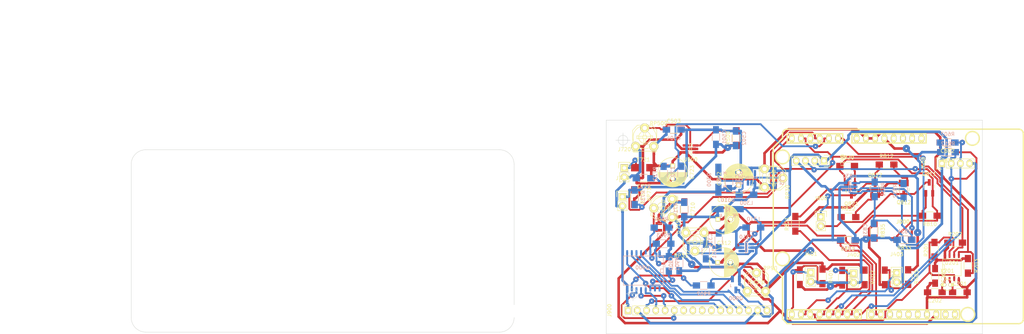
<source format=kicad_pcb>
(kicad_pcb (version 4) (host pcbnew 4.0.2-stable)
  (layers (0 F.Cu signal) (31 B.Cu signal) (34 B.Paste user) (35 F.Paste user) (36 B.SilkS user) (37 F.SilkS user) (38 B.Mask user) (39 F.Mask user) (44 Edge.Cuts user))
  (net 0 "")
  (net 1 "Net-(C201-Pad1)")
  (net 2 GND)
  (net 3 "Net-(C202-Pad1)")
  (net 4 V_rtc)
  (net 5 VCC)
  (net 6 V_bat)
  (net 7 +12V)
  (net 8 BP1)
  (net 9 BP2)
  (net 10 BP3)
  (net 11 V_sol)
  (net 12 "Net-(C503-Pad1)")
  (net 13 quadA)
  (net 14 V_ref)
  (net 15 M_bat)
  (net 16 M_imot)
  (net 17 "Net-(D300-Pad1)")
  (net 18 "Net-(D310-Pad1)")
  (net 19 "Net-(F721-Pad1)")
  (net 20 M_sol)
  (net 21 SDA)
  (net 22 SCL)
  (net 23 alarm)
  (net 24 quadB)
  (net 25 C_bkw)
  (net 26 C_frw)
  (net 27 buzz)
  (net 28 mot_A)
  (net 29 mot_B)
  (net 30 "Net-(J900-Pad3)")
  (net 31 "Net-(J900-Pad4)")
  (net 32 "Net-(J900-Pad5)")
  (net 33 "Net-(J900-Pad6)")
  (net 34 "Net-(J900-Pad11)")
  (net 35 "Net-(J900-Pad12)")
  (net 36 "Net-(J900-Pad13)")
  (net 37 "Net-(J900-Pad14)")
  (net 38 "Net-(J900-Pad16)")
  (net 39 "Net-(Q811-Pad1)")
  (net 40 "Net-(Q811-Pad2)")
  (net 41 "Net-(Q812-Pad1)")
  (net 42 "Net-(Q821-Pad1)")
  (net 43 "Net-(Q822-Pad1)")
  (net 44 "Net-(Q900-Pad1)")
  (net 45 "Net-(R500-Pad2)")
  (net 46 "Net-(R831-Pad2)")
  (net 47 "Net-(R832-Pad2)")
  (net 48 "Net-(R833-Pad1)")
  (net 49 "Net-(R901-Pad1)")
  (net 50 "Net-(R902-Pad1)")
  (net 51 "Net-(RP30-Pad2)")
  (net 52 "Net-(RP31-Pad2)")
  (net 53 "Net-(RP71-Pad2)")
  (module w_conn_misc:arduino_header (layer F.Cu) (at 244.65 59.13 180)
    (fp_text reference J000 (at 0 1.27 180) (layer F.SilkS) (effects (font (size 1.016 1.016) (thickness 0.2032))))
    (fp_text value Arduino_Header hide)
    (pad 1 thru_hole oval (at -5.08 24.13 180) (size 1.524 2.19964) (drill 1.00076) (layers *.Cu *.Mask F.SilkS))
    (pad 2 thru_hole oval (at -2.54 24.13 180) (size 1.524 2.19964) (drill 1.00076) (layers *.Cu *.Mask F.SilkS))
    (pad 3 thru_hole oval (at 0 24.13 180) (size 1.524 2.19964) (drill 1.00076) (layers *.Cu *.Mask F.SilkS))
    (pad 4 thru_hole oval (at 2.54 24.13 180) (size 1.524 2.19964) (drill 1.00076) (layers *.Cu *.Mask F.SilkS))
    (pad 5 thru_hole oval (at 5.08 24.13 180) (size 1.524 2.19964) (drill 1.00076) (layers *.Cu *.Mask F.SilkS) (net 5 VCC))
    (pad 6 thru_hole oval (at 7.62 24.13 180) (size 1.524 2.19964) (drill 1.00076) (layers *.Cu *.Mask F.SilkS) (net 2 GND))
    (pad 7 thru_hole oval (at 10.16 24.13 180) (size 1.524 2.19964) (drill 1.00076) (layers *.Cu *.Mask F.SilkS) (net 2 GND))
    (pad 8 thru_hole oval (at 12.7 24.13 180) (size 1.524 2.19964) (drill 1.00076) (layers *.Cu *.Mask F.SilkS))
    (pad 9 thru_hole oval (at 17.78 24.13 180) (size 1.524 2.19964) (drill 1.00076) (layers *.Cu *.Mask F.SilkS) (net 16 M_imot))
    (pad 10 thru_hole oval (at 20.32 24.13 180) (size 1.524 2.19964) (drill 1.00076) (layers *.Cu *.Mask F.SilkS) (net 15 M_bat))
    (pad 11 thru_hole oval (at 22.86 24.13 180) (size 1.524 2.19964) (drill 1.00076) (layers *.Cu *.Mask F.SilkS) (net 20 M_sol))
    (pad 12 thru_hole oval (at 25.4 24.13 180) (size 1.524 2.19964) (drill 1.00076) (layers *.Cu *.Mask F.SilkS))
    (pad 13 thru_hole oval (at 27.94 24.13 180) (size 1.524 2.19964) (drill 1.00076) (layers *.Cu *.Mask F.SilkS) (net 21 SDA))
    (pad 14 thru_hole oval (at 30.48 24.13 180) (size 1.524 2.19964) (drill 1.00076) (layers *.Cu *.Mask F.SilkS) (net 22 SCL))
    (pad "" np_thru_hole circle (at -19.05 24.13 180) (size 3.19786 3.19786) (drill 3.19786) (layers *.Cu *.Mask F.SilkS))
    (pad "" np_thru_hole circle (at 33.02 19.05 180) (size 3.19786 3.19786) (drill 3.19786) (layers *.Cu *.Mask F.SilkS))
    (pad 15 thru_hole oval (at 30.48 -24.13 180) (size 1.524 2.1971) (drill 0.99822) (layers *.Cu *.Mask F.SilkS) (net 8 BP1))
    (pad 16 thru_hole oval (at 27.94 -24.13 180) (size 1.524 2.1971) (drill 0.99822) (layers *.Cu *.Mask F.SilkS) (net 10 BP3))
    (pad 17 thru_hole oval (at 25.4 -24.13 180) (size 1.524 2.1971) (drill 0.99822) (layers *.Cu *.Mask F.SilkS) (net 23 alarm))
    (pad 18 thru_hole oval (at 22.86 -24.13 180) (size 1.524 2.1971) (drill 0.99822) (layers *.Cu *.Mask F.SilkS) (net 9 BP2))
    (pad 19 thru_hole oval (at 20.32 -24.13 180) (size 1.524 2.1971) (drill 0.99822) (layers *.Cu *.Mask F.SilkS) (net 24 quadB))
    (pad 20 thru_hole oval (at 17.78 -24.13 180) (size 1.524 2.1971) (drill 0.99822) (layers *.Cu *.Mask F.SilkS) (net 25 C_bkw))
    (pad 21 thru_hole oval (at 15.24 -24.13 180) (size 1.524 2.1971) (drill 0.99822) (layers *.Cu *.Mask F.SilkS) (net 26 C_frw))
    (pad 22 thru_hole oval (at 12.7 -24.13 180) (size 1.524 2.1971) (drill 0.99822) (layers *.Cu *.Mask F.SilkS) (net 13 quadA))
    (pad 23 thru_hole oval (at 8.636 -24.13 180) (size 1.524 2.1971) (drill 0.99822) (layers *.Cu *.Mask F.SilkS))
    (pad 24 thru_hole oval (at 6.096 -24.13 180) (size 1.524 2.1971) (drill 0.99822) (layers *.Cu *.Mask F.SilkS) (net 27 buzz))
    (pad 25 thru_hole oval (at 3.556 -24.13 180) (size 1.524 2.1971) (drill 0.99822) (layers *.Cu *.Mask F.SilkS))
    (pad 26 thru_hole oval (at 1.016 -24.13 180) (size 1.524 2.1971) (drill 0.99822) (layers *.Cu *.Mask F.SilkS))
    (pad 27 thru_hole oval (at -1.524 -24.13 180) (size 1.524 2.1971) (drill 0.99822) (layers *.Cu *.Mask F.SilkS))
    (pad 28 thru_hole oval (at -4.064 -24.13 180) (size 1.524 2.1971) (drill 0.99822) (layers *.Cu *.Mask F.SilkS))
    (pad 29 thru_hole oval (at -6.604 -24.13 180) (size 1.524 2.1971) (drill 0.99822) (layers *.Cu *.Mask F.SilkS) (net 2 GND))
    (pad 30 thru_hole oval (at -9.14146 -24.13 180) (size 1.524 2.1971) (drill 0.99822) (layers *.Cu *.Mask F.SilkS) (net 14 V_ref))
    (pad "" np_thru_hole circle (at -17.78 -24.13 180) (size 3.19786 3.19786) (drill 3.19786) (layers *.Cu *.Mask F.SilkS))
    (pad 31 thru_hole oval (at -11.684 -24.13 180) (size 1.524 2.1971) (drill 0.99822) (layers *.Cu *.Mask F.SilkS))
    (pad 32 thru_hole oval (at -14.224 -24.13 180) (size 1.524 2.1971) (drill 0.99822) (layers *.Cu *.Mask F.SilkS))
    (pad "" np_thru_hole circle (at 33.02 -8.89 180) (size 3.19786 3.19786) (drill 3.19786) (layers *.Cu *.Mask F.SilkS))
  )
  (module Capacitors_SMD:C_1206_HandSoldering (layer F.Cu) (at 260.26 77.19)
    (fp_text reference C201 (at 0 -2.3) (layer F.SilkS))
    (fp_text value 10p)
    (pad 1 smd rect (at -2 0) (size 2 1.6) (layers F.Cu F.Paste F.Mask) (net 1 "Net-(C201-Pad1)"))
    (pad 2 smd rect (at 2 0) (size 2 1.6) (layers F.Cu F.Paste F.Mask) (net 2 GND))
  )
  (module Capacitors_SMD:C_1206_HandSoldering (layer F.Cu) (at 253.4 77.19 180)
    (fp_text reference C202 (at 0 -2.3 180) (layer F.SilkS))
    (fp_text value 10p)
    (pad 1 smd rect (at -2 0 180) (size 2 1.6) (layers F.Cu F.Paste F.Mask) (net 3 "Net-(C202-Pad1)"))
    (pad 2 smd rect (at 2 0 180) (size 2 1.6) (layers F.Cu F.Paste F.Mask) (net 2 GND))
  )
  (module Capacitors_SMD:C_1206_HandSoldering (layer F.Cu) (at 253.47 72.7 270)
    (fp_text reference C203 (at 0 -2.3 270) (layer F.SilkS))
    (fp_text value 10n)
    (pad 1 smd rect (at -2 0 270) (size 2 1.6) (layers F.Cu F.Paste F.Mask) (net 4 V_rtc))
    (pad 2 smd rect (at 2 0 270) (size 2 1.6) (layers F.Cu F.Paste F.Mask) (net 2 GND))
  )
  (module Capacitors_SMD:C_1206_HandSoldering (layer B.Cu) (at 196.99 46.76 90)
    (fp_text reference C301 (at 0 2.3 90) (layer B.SilkS) (effects (justify mirror)))
    (fp_text value 10uF)
    (pad 1 smd rect (at -2 0 90) (size 2 1.6) (layers B.Cu B.Paste B.Mask) (net 5 VCC))
    (pad 2 smd rect (at 2 0 90) (size 2 1.6) (layers B.Cu B.Paste B.Mask) (net 2 GND))
  )
  (module Capacitors_ThroughHole:C_Radial_D8_L11.5_P3.5 (layer F.Cu) (at 199.55 47.78 90)
    (fp_text reference C302 (at 1.75 -5.3 90) (layer F.SilkS))
    (fp_text value 470uF)
    (pad 2 thru_hole circle (at 3.5 0 90) (size 1.3 1.3) (drill 0.8) (layers *.Cu *.Mask F.SilkS) (net 2 GND))
    (pad 1 thru_hole rect (at 0 0 90) (size 1.3 1.3) (drill 0.8) (layers *.Cu *.Mask F.SilkS) (net 5 VCC))
  )
  (module Capacitors_SMD:C_1206_HandSoldering (layer B.Cu) (at 209.22 45.89 90)
    (fp_text reference C303 (at 0 2.3 90) (layer B.SilkS) (effects (justify mirror)))
    (fp_text value 10uF)
    (pad 1 smd rect (at -2 0 90) (size 2 1.6) (layers B.Cu B.Paste B.Mask) (net 6 V_bat))
    (pad 2 smd rect (at 2 0 90) (size 2 1.6) (layers B.Cu B.Paste B.Mask) (net 2 GND))
  )
  (module Capacitors_SMD:C_1206_HandSoldering (layer B.Cu) (at 190.58 66.02 90)
    (fp_text reference C311 (at 0 2.3 90) (layer B.SilkS) (effects (justify mirror)))
    (fp_text value 10uF)
    (pad 1 smd rect (at -2 0 90) (size 2 1.6) (layers B.Cu B.Paste B.Mask) (net 7 +12V))
    (pad 2 smd rect (at 2 0 90) (size 2 1.6) (layers B.Cu B.Paste B.Mask) (net 2 GND))
  )
  (module Capacitors_ThroughHole:C_Radial_D8_L11.5_P3.5 (layer F.Cu) (at 193.85 69)
    (fp_text reference C312 (at 1.75 -5.3) (layer F.SilkS))
    (fp_text value 470uF)
    (pad 2 thru_hole circle (at 3.5 0) (size 1.3 1.3) (drill 0.8) (layers *.Cu *.Mask F.SilkS) (net 2 GND))
    (pad 1 thru_hole rect (at 0 0) (size 1.3 1.3) (drill 0.8) (layers *.Cu *.Mask F.SilkS) (net 7 +12V))
  )
  (module Capacitors_ThroughHole:C_Radial_D8_L11.5_P3.5 (layer F.Cu) (at 193.93 57.17)
    (fp_text reference C313 (at 1.75 -5.3) (layer F.SilkS))
    (fp_text value 470uF)
    (pad 2 thru_hole circle (at 3.5 0) (size 1.3 1.3) (drill 0.8) (layers *.Cu *.Mask F.SilkS) (net 2 GND))
    (pad 1 thru_hole rect (at 0 0) (size 1.3 1.3) (drill 0.8) (layers *.Cu *.Mask F.SilkS) (net 7 +12V))
  )
  (module Capacitors_SMD:C_1206_HandSoldering (layer B.Cu) (at 194.12 62.94 270)
    (fp_text reference C314 (at 0 2.3 270) (layer B.SilkS) (effects (justify mirror)))
    (fp_text value 10uF)
    (pad 1 smd rect (at -2 0 270) (size 2 1.6) (layers B.Cu B.Paste B.Mask) (net 6 V_bat))
    (pad 2 smd rect (at 2 0 270) (size 2 1.6) (layers B.Cu B.Paste B.Mask) (net 2 GND))
  )
  (module Capacitors_SMD:C_1206_HandSoldering (layer F.Cu) (at 216.38 73.07 270)
    (fp_text reference C401 (at 0 -2.3 270) (layer F.SilkS))
    (fp_text value 10n)
    (pad 1 smd rect (at -2 0 270) (size 2 1.6) (layers F.Cu F.Paste F.Mask) (net 8 BP1))
    (pad 2 smd rect (at 2 0 270) (size 2 1.6) (layers F.Cu F.Paste F.Mask) (net 2 GND))
  )
  (module Capacitors_SMD:C_1206_HandSoldering (layer F.Cu) (at 228 73.2 270)
    (fp_text reference C402 (at 0 -2.3 270) (layer F.SilkS))
    (fp_text value 10n)
    (pad 1 smd rect (at -2 0 270) (size 2 1.6) (layers F.Cu F.Paste F.Mask) (net 9 BP2))
    (pad 2 smd rect (at 2 0 270) (size 2 1.6) (layers F.Cu F.Paste F.Mask) (net 2 GND))
  )
  (module Capacitors_SMD:C_1206_HandSoldering (layer F.Cu) (at 239.68 73.12 270)
    (fp_text reference C403 (at 0 -2.3 270) (layer F.SilkS))
    (fp_text value 10n)
    (pad 1 smd rect (at -2 0 270) (size 2 1.6) (layers F.Cu F.Paste F.Mask) (net 10 BP3))
    (pad 2 smd rect (at 2 0 270) (size 2 1.6) (layers F.Cu F.Paste F.Mask) (net 2 GND))
  )
  (module Capacitors_SMD:C_1206_HandSoldering (layer B.Cu) (at 193.375 34.635 90)
    (fp_text reference C501 (at 0 2.3 90) (layer B.SilkS) (effects (justify mirror)))
    (fp_text value 10uF)
    (pad 1 smd rect (at -2 0 90) (size 2 1.6) (layers B.Cu B.Paste B.Mask) (net 11 V_sol))
    (pad 2 smd rect (at 2 0 90) (size 2 1.6) (layers B.Cu B.Paste B.Mask) (net 2 GND))
  )
  (module Capacitors_SMD:C_1206_HandSoldering (layer B.Cu) (at 198.78 34.98 90)
    (fp_text reference C502 (at 0 2.3 90) (layer B.SilkS) (effects (justify mirror)))
    (fp_text value 10n)
    (pad 1 smd rect (at -2 0 90) (size 2 1.6) (layers B.Cu B.Paste B.Mask) (net 11 V_sol))
    (pad 2 smd rect (at 2 0 90) (size 2 1.6) (layers B.Cu B.Paste B.Mask) (net 2 GND))
  )
  (module Capacitors_SMD:C_1206_HandSoldering (layer F.Cu) (at 181.81 32.53)
    (fp_text reference C503 (at 0 -2.3) (layer F.SilkS))
    (fp_text value 10n)
    (pad 1 smd rect (at -2 0) (size 2 1.6) (layers F.Cu F.Paste F.Mask) (net 12 "Net-(C503-Pad1)"))
    (pad 2 smd rect (at 2 0) (size 2 1.6) (layers F.Cu F.Paste F.Mask) (net 2 GND))
  )
  (module Capacitors_SMD:C_1206_HandSoldering (layer B.Cu) (at 181.785 32.635)
    (fp_text reference C504 (at 0 2.3) (layer B.SilkS) (effects (justify mirror)))
    (fp_text value 10uF)
    (pad 1 smd rect (at -2 0) (size 2 1.6) (layers B.Cu B.Paste B.Mask) (net 6 V_bat))
    (pad 2 smd rect (at 2 0) (size 2 1.6) (layers B.Cu B.Paste B.Mask) (net 2 GND))
  )
  (module Capacitors_SMD:C_1206_HandSoldering (layer F.Cu) (at 256.88 36.12 180)
    (fp_text reference C602 (at 0 -2.3 180) (layer F.SilkS))
    (fp_text value 100nF)
    (pad 1 smd rect (at -2 0 180) (size 2 1.6) (layers F.Cu F.Paste F.Mask) (net 13 quadA))
    (pad 2 smd rect (at 2 0 180) (size 2 1.6) (layers F.Cu F.Paste F.Mask) (net 2 GND))
  )
  (module Capacitors_SMD:C_1206_HandSoldering (layer F.Cu) (at 257 38.81 180)
    (fp_text reference C612 (at 0 -2.3 180) (layer F.SilkS))
    (fp_text value 100nF)
    (pad 1 smd rect (at -2 0 180) (size 2 1.6) (layers F.Cu F.Paste F.Mask) (net 24 quadB))
    (pad 2 smd rect (at 2 0 180) (size 2 1.6) (layers F.Cu F.Paste F.Mask) (net 2 GND))
  )
  (module Capacitors_SMD:C_1206_HandSoldering (layer F.Cu) (at 184.745 54.405 270)
    (fp_text reference C710 (at 0 -2.3 270) (layer F.SilkS))
    (fp_text value 10n)
    (pad 1 smd rect (at -2 0 270) (size 2 1.6) (layers F.Cu F.Paste F.Mask) (net 14 V_ref))
    (pad 2 smd rect (at 2 0 270) (size 2 1.6) (layers F.Cu F.Paste F.Mask) (net 2 GND))
  )
  (module Capacitors_SMD:C_1206_HandSoldering (layer B.Cu) (at 183.91 44.62 270)
    (fp_text reference C721 (at 0 2.3 270) (layer B.SilkS) (effects (justify mirror)))
    (fp_text value 10n)
    (pad 1 smd rect (at -2 0 270) (size 2 1.6) (layers B.Cu B.Paste B.Mask) (net 15 M_bat))
    (pad 2 smd rect (at 2 0 270) (size 2 1.6) (layers B.Cu B.Paste B.Mask) (net 2 GND))
  )
  (module Capacitors_SMD:C_1206_HandSoldering (layer F.Cu) (at 173.63 45.87 180)
    (fp_text reference C722 (at 0 -2.3 180) (layer F.SilkS))
    (fp_text value 10uF)
    (pad 1 smd rect (at -2 0 180) (size 2 1.6) (layers F.Cu F.Paste F.Mask) (net 6 V_bat))
    (pad 2 smd rect (at 2 0 180) (size 2 1.6) (layers F.Cu F.Paste F.Mask) (net 2 GND))
  )
  (module Capacitors_ThroughHole:C_Radial_D8_L11.5_P3.5 (layer F.Cu) (at 181.51 42.52 270)
    (fp_text reference C723 (at 1.75 -5.3 270) (layer F.SilkS))
    (fp_text value 470uF)
    (pad 2 thru_hole circle (at 3.5 0 270) (size 1.3 1.3) (drill 0.8) (layers *.Cu *.Mask F.SilkS) (net 2 GND))
    (pad 1 thru_hole rect (at 0 0 270) (size 1.3 1.3) (drill 0.8) (layers *.Cu *.Mask F.SilkS) (net 6 V_bat))
  )
  (module Capacitors_SMD:C_1206_HandSoldering (layer B.Cu) (at 229.58 62.86)
    (fp_text reference C830 (at 0 2.3) (layer B.SilkS) (effects (justify mirror)))
    (fp_text value 100n)
    (pad 1 smd rect (at -2 0) (size 2 1.6) (layers B.Cu B.Paste B.Mask) (net 5 VCC))
    (pad 2 smd rect (at 2 0) (size 2 1.6) (layers B.Cu B.Paste B.Mask) (net 2 GND))
  )
  (module Capacitors_SMD:C_1206_HandSoldering (layer B.Cu) (at 236.62 60.29 270)
    (fp_text reference C831 (at 0 2.3 270) (layer B.SilkS) (effects (justify mirror)))
    (fp_text value 100n)
    (pad 1 smd rect (at -2 0 270) (size 2 1.6) (layers B.Cu B.Paste B.Mask) (net 16 M_imot))
    (pad 2 smd rect (at 2 0 270) (size 2 1.6) (layers B.Cu B.Paste B.Mask) (net 2 GND))
  )
  (module Capacitors_SMD:C_1206_HandSoldering (layer B.Cu) (at 183.31 69.3 270)
    (fp_text reference C900 (at 0 2.3 270) (layer B.SilkS) (effects (justify mirror)))
    (fp_text value 100nF)
    (pad 1 smd rect (at -2 0 270) (size 2 1.6) (layers B.Cu B.Paste B.Mask) (net 5 VCC))
    (pad 2 smd rect (at 2 0 270) (size 2 1.6) (layers B.Cu B.Paste B.Mask) (net 2 GND))
  )
  (module Diodes_SMD:MiniMELF_Handsoldering (layer B.Cu) (at 194.04 46.33 270)
    (fp_text reference D300 (at 0 2.54 270) (layer B.SilkS) (effects (justify mirror)))
    (fp_text value SCHOTTKY)
    (fp_text user K (at -1.8 -1.85 270) (layer B.SilkS) (effects (justify mirror)))
    (fp_text user A (at 1.8 -1.85 270) (layer B.SilkS) (effects (justify mirror)))
    (pad 1 smd rect (at -2.75082 0 270) (size 3.29946 1.69926) (layers B.Cu B.Paste B.Mask) (net 17 "Net-(D300-Pad1)"))
    (pad 2 smd rect (at 2.75082 0 270) (size 3.29946 1.69926) (layers B.Cu B.Paste B.Mask) (net 5 VCC))
  )
  (module Diodes_SMD:MiniMELF_Handsoldering (layer B.Cu) (at 196.59 54.4 180)
    (fp_text reference D310 (at 0 2.54 180) (layer B.SilkS) (effects (justify mirror)))
    (fp_text value SCHOTTKY)
    (fp_text user K (at -1.8 -1.85 180) (layer B.SilkS) (effects (justify mirror)))
    (fp_text user A (at 1.8 -1.85 180) (layer B.SilkS) (effects (justify mirror)))
    (pad 1 smd rect (at -2.75082 0 180) (size 3.29946 1.69926) (layers B.Cu B.Paste B.Mask) (net 18 "Net-(D310-Pad1)"))
    (pad 2 smd rect (at 2.75082 0 180) (size 3.29946 1.69926) (layers B.Cu B.Paste B.Mask) (net 7 +12V))
  )
  (module Fuse_Holders_and_Fuses:Fuse_SMD1206_HandSoldering (layer F.Cu) (at 173.51 43.03)
    (fp_text reference F721 (at -0.0508 -2.19964) (layer F.SilkS))
    (fp_text value 5A)
    (pad 1 smd rect (at -2.08534 0 90) (size 2.02946 2.65176) (layers F.Cu F.Paste F.Mask) (net 19 "Net-(F721-Pad1)"))
    (pad 2 smd rect (at 2.08534 0 90) (size 2.02946 2.65176) (layers F.Cu F.Paste F.Mask) (net 6 V_bat))
  )
  (module Pin_Headers:Pin_Header_Straight_1x02 (layer F.Cu) (at 219.38 71.76)
    (fp_text reference J401 (at 0 -5.1) (layer F.SilkS))
    (fp_text value HEADER_2)
    (pad 1 thru_hole rect (at 0 0) (size 2.032 2.032) (drill 1.016) (layers *.Cu *.Mask F.SilkS) (net 8 BP1))
    (pad 2 thru_hole oval (at 0 2.54) (size 2.032 2.032) (drill 1.016) (layers *.Cu *.Mask F.SilkS) (net 2 GND))
  )
  (module Pin_Headers:Pin_Header_Straight_1x02 (layer F.Cu) (at 231.13 72.02)
    (fp_text reference J402 (at 0 -5.1) (layer F.SilkS))
    (fp_text value HEADER_2)
    (pad 1 thru_hole rect (at 0 0) (size 2.032 2.032) (drill 1.016) (layers *.Cu *.Mask F.SilkS) (net 9 BP2))
    (pad 2 thru_hole oval (at 0 2.54) (size 2.032 2.032) (drill 1.016) (layers *.Cu *.Mask F.SilkS) (net 2 GND))
  )
  (module Pin_Headers:Pin_Header_Straight_1x02 (layer F.Cu) (at 242.96 71.88)
    (fp_text reference J403 (at 0 -5.1) (layer F.SilkS))
    (fp_text value HEADER_2)
    (pad 1 thru_hole rect (at 0 0) (size 2.032 2.032) (drill 1.016) (layers *.Cu *.Mask F.SilkS) (net 10 BP3))
    (pad 2 thru_hole oval (at 0 2.54) (size 2.032 2.032) (drill 1.016) (layers *.Cu *.Mask F.SilkS) (net 2 GND))
  )
  (module Pin_Headers:Pin_Header_Straight_1x04 (layer F.Cu) (at 255.33 41.87 90)
    (fp_text reference J600 (at 0 -5.1 90) (layer F.SilkS))
    (fp_text value HEADER_4)
    (pad 1 thru_hole rect (at 0 0 90) (size 2.032 1.7272) (drill 1.016) (layers *.Cu *.Mask F.SilkS) (net 2 GND))
    (pad 2 thru_hole oval (at 0 2.54 90) (size 2.032 1.7272) (drill 1.016) (layers *.Cu *.Mask F.SilkS) (net 24 quadB))
    (pad 3 thru_hole oval (at 0 5.08 90) (size 2.032 1.7272) (drill 1.016) (layers *.Cu *.Mask F.SilkS) (net 13 quadA))
    (pad 4 thru_hole oval (at 0 7.62 90) (size 2.032 1.7272) (drill 1.016) (layers *.Cu *.Mask F.SilkS) (net 7 +12V))
  )
  (module Pin_Headers:Pin_Header_Straight_1x02 (layer F.Cu) (at 168.26 43.11)
    (fp_text reference J720 (at 0 -5.1) (layer F.SilkS))
    (fp_text value HEADER_2)
    (pad 1 thru_hole rect (at 0 0) (size 2.032 2.032) (drill 1.016) (layers *.Cu *.Mask F.SilkS) (net 19 "Net-(F721-Pad1)"))
    (pad 2 thru_hole oval (at 0 2.54) (size 2.032 2.032) (drill 1.016) (layers *.Cu *.Mask F.SilkS) (net 2 GND))
  )
  (module Pin_Headers:Pin_Header_Straight_1x02 (layer F.Cu) (at 167.72 51.01)
    (fp_text reference J730 (at 0 -5.1) (layer F.SilkS))
    (fp_text value HEADER_2)
    (pad 1 thru_hole rect (at 0 0) (size 2.032 2.032) (drill 1.016) (layers *.Cu *.Mask F.SilkS) (net 11 V_sol))
    (pad 2 thru_hole oval (at 0 2.54) (size 2.032 2.032) (drill 1.016) (layers *.Cu *.Mask F.SilkS) (net 2 GND))
  )
  (module Pin_Headers:Pin_Header_Straight_1x04 (layer F.Cu) (at 223.01 41.15 270)
    (fp_text reference J740 (at 0 -5.1 270) (layer F.SilkS))
    (fp_text value HEADER_4)
    (pad 1 thru_hole rect (at 0 0 270) (size 2.032 1.7272) (drill 1.016) (layers *.Cu *.Mask F.SilkS) (net 2 GND))
    (pad 2 thru_hole oval (at 0 2.54 270) (size 2.032 1.7272) (drill 1.016) (layers *.Cu *.Mask F.SilkS) (net 21 SDA))
    (pad 3 thru_hole oval (at 0 5.08 270) (size 2.032 1.7272) (drill 1.016) (layers *.Cu *.Mask F.SilkS) (net 22 SCL))
    (pad 4 thru_hole oval (at 0 7.62 270) (size 2.032 1.7272) (drill 1.016) (layers *.Cu *.Mask F.SilkS) (net 5 VCC))
  )
  (module Pin_Headers:Pin_Header_Straight_1x02 (layer F.Cu) (at 222.13 56.52)
    (fp_text reference J800 (at 0 -5.1) (layer F.SilkS))
    (fp_text value HEADER_2)
    (pad 1 thru_hole rect (at 0 0) (size 2.032 2.032) (drill 1.016) (layers *.Cu *.Mask F.SilkS) (net 28 mot_A))
    (pad 2 thru_hole oval (at 0 2.54) (size 2.032 2.032) (drill 1.016) (layers *.Cu *.Mask F.SilkS) (net 29 mot_B))
  )
  (module Pin_Headers:Pin_Header_Straight_1x16 (layer F.Cu) (at 169.27 82.17 90)
    (fp_text reference J900 (at 0 -5.1 90) (layer F.SilkS))
    (fp_text value HEADER_16)
    (pad 1 thru_hole rect (at 0 0 90) (size 2.032 1.7272) (drill 1.016) (layers *.Cu *.Mask F.SilkS) (net 2 GND))
    (pad 2 thru_hole oval (at 0 2.54 90) (size 2.032 1.7272) (drill 1.016) (layers *.Cu *.Mask F.SilkS) (net 5 VCC))
    (pad 3 thru_hole oval (at 0 5.08 90) (size 2.032 1.7272) (drill 1.016) (layers *.Cu *.Mask F.SilkS) (net 30 "Net-(J900-Pad3)"))
    (pad 4 thru_hole oval (at 0 7.62 90) (size 2.032 1.7272) (drill 1.016) (layers *.Cu *.Mask F.SilkS) (net 31 "Net-(J900-Pad4)"))
    (pad 5 thru_hole oval (at 0 10.16 90) (size 2.032 1.7272) (drill 1.016) (layers *.Cu *.Mask F.SilkS) (net 32 "Net-(J900-Pad5)"))
    (pad 6 thru_hole oval (at 0 12.7 90) (size 2.032 1.7272) (drill 1.016) (layers *.Cu *.Mask F.SilkS) (net 33 "Net-(J900-Pad6)"))
    (pad 7 thru_hole oval (at 0 15.24 90) (size 2.032 1.7272) (drill 1.016) (layers *.Cu *.Mask F.SilkS))
    (pad 8 thru_hole oval (at 0 17.78 90) (size 2.032 1.7272) (drill 1.016) (layers *.Cu *.Mask F.SilkS))
    (pad 9 thru_hole oval (at 0 20.32 90) (size 2.032 1.7272) (drill 1.016) (layers *.Cu *.Mask F.SilkS))
    (pad 10 thru_hole oval (at 0 22.86 90) (size 2.032 1.7272) (drill 1.016) (layers *.Cu *.Mask F.SilkS))
    (pad 11 thru_hole oval (at 0 25.4 90) (size 2.032 1.7272) (drill 1.016) (layers *.Cu *.Mask F.SilkS) (net 34 "Net-(J900-Pad11)"))
    (pad 12 thru_hole oval (at 0 27.94 90) (size 2.032 1.7272) (drill 1.016) (layers *.Cu *.Mask F.SilkS) (net 35 "Net-(J900-Pad12)"))
    (pad 13 thru_hole oval (at 0 30.48 90) (size 2.032 1.7272) (drill 1.016) (layers *.Cu *.Mask F.SilkS) (net 36 "Net-(J900-Pad13)"))
    (pad 14 thru_hole oval (at 0 33.02 90) (size 2.032 1.7272) (drill 1.016) (layers *.Cu *.Mask F.SilkS) (net 37 "Net-(J900-Pad14)"))
    (pad 15 thru_hole oval (at 0 35.56 90) (size 2.032 1.7272) (drill 1.016) (layers *.Cu *.Mask F.SilkS) (net 5 VCC))
    (pad 16 thru_hole oval (at 0 38.1 90) (size 2.032 1.7272) (drill 1.016) (layers *.Cu *.Mask F.SilkS) (net 38 "Net-(J900-Pad16)"))
  )
  (module Resistors_SMD:R_1206_HandSoldering (layer B.Cu) (at 201.73 50.43)
    (fp_text reference L300 (at 0 2.3) (layer B.SilkS) (effects (justify mirror)))
    (fp_text value INDUCTOR)
    (pad 1 smd rect (at -2 0) (size 2 1.7) (layers B.Cu B.Paste B.Mask) (net 17 "Net-(D300-Pad1)"))
    (pad 2 smd rect (at 2 0) (size 2 1.7) (layers B.Cu B.Paste B.Mask) (net 6 V_bat))
  )
  (module Resistors_SMD:R_1206_HandSoldering (layer B.Cu) (at 203.63 59.43 180)
    (fp_text reference L310 (at 0 2.3 180) (layer B.SilkS) (effects (justify mirror)))
    (fp_text value INDUCTOR)
    (pad 1 smd rect (at -2 0 180) (size 2 1.7) (layers B.Cu B.Paste B.Mask) (net 18 "Net-(D310-Pad1)"))
    (pad 2 smd rect (at 2 0 180) (size 2 1.7) (layers B.Cu B.Paste B.Mask) (net 6 V_bat))
  )
  (module TO_SOT_Packages_SMD:SOT-23_Handsoldering (layer F.Cu) (at 251.86 48.56)
    (fp_text reference Q811 (at 0 -3.81) (layer F.SilkS))
    (fp_text value PBSS4320)
    (pad 1 smd rect (at -0.95 1.50114) (size 0.8001 1.80086) (layers F.Cu F.Paste F.Mask) (net 39 "Net-(Q811-Pad1)"))
    (pad 2 smd rect (at 0.95 1.50114) (size 0.8001 1.80086) (layers F.Cu F.Paste F.Mask) (net 40 "Net-(Q811-Pad2)"))
    (pad 3 smd rect (at 0 -1.50114) (size 0.8001 1.80086) (layers F.Cu F.Paste F.Mask) (net 29 mot_B))
  )
  (module TO_SOT_Packages_SMD:SOT-23_Handsoldering (layer F.Cu) (at 244.88 48.74 180)
    (fp_text reference Q812 (at 0 -3.81 180) (layer F.SilkS))
    (fp_text value PBSS5350)
    (pad 1 smd rect (at -0.95 1.50114 180) (size 0.8001 1.80086) (layers F.Cu F.Paste F.Mask) (net 41 "Net-(Q812-Pad1)"))
    (pad 2 smd rect (at 0.95 1.50114 180) (size 0.8001 1.80086) (layers F.Cu F.Paste F.Mask) (net 7 +12V))
    (pad 3 smd rect (at 0 -1.50114 180) (size 0.8001 1.80086) (layers F.Cu F.Paste F.Mask) (net 29 mot_B))
  )
  (module TO_SOT_Packages_SMD:SOT-23_Handsoldering (layer F.Cu) (at 230.53 49.11 180)
    (fp_text reference Q821 (at 0 -3.81 180) (layer F.SilkS))
    (fp_text value PBSS4320)
    (pad 1 smd rect (at -0.95 1.50114 180) (size 0.8001 1.80086) (layers F.Cu F.Paste F.Mask) (net 42 "Net-(Q821-Pad1)"))
    (pad 2 smd rect (at 0.95 1.50114 180) (size 0.8001 1.80086) (layers F.Cu F.Paste F.Mask) (net 40 "Net-(Q811-Pad2)"))
    (pad 3 smd rect (at 0 -1.50114 180) (size 0.8001 1.80086) (layers F.Cu F.Paste F.Mask) (net 28 mot_A))
  )
  (module TO_SOT_Packages_SMD:SOT-23_Handsoldering (layer F.Cu) (at 237.02 48.9)
    (fp_text reference Q822 (at 0 -3.81) (layer F.SilkS))
    (fp_text value PBSS5350)
    (pad 1 smd rect (at -0.95 1.50114) (size 0.8001 1.80086) (layers F.Cu F.Paste F.Mask) (net 43 "Net-(Q822-Pad1)"))
    (pad 2 smd rect (at 0.95 1.50114) (size 0.8001 1.80086) (layers F.Cu F.Paste F.Mask) (net 7 +12V))
    (pad 3 smd rect (at 0 -1.50114) (size 0.8001 1.80086) (layers F.Cu F.Paste F.Mask) (net 28 mot_A))
  )
  (module TO_SOT_Packages_SMD:SOT-23_Handsoldering (layer B.Cu) (at 198.85 75.05)
    (fp_text reference Q900 (at 0 3.81) (layer B.SilkS) (effects (justify mirror)))
    (fp_text value PBSS4320)
    (pad 1 smd rect (at -0.95 -1.50114) (size 0.8001 1.80086) (layers B.Cu B.Paste B.Mask) (net 44 "Net-(Q900-Pad1)"))
    (pad 2 smd rect (at 0.95 -1.50114) (size 0.8001 1.80086) (layers B.Cu B.Paste B.Mask) (net 2 GND))
    (pad 3 smd rect (at 0 1.50114) (size 0.8001 1.80086) (layers B.Cu B.Paste B.Mask) (net 38 "Net-(J900-Pad16)"))
  )
  (module Resistors_SMD:R_1206_HandSoldering (layer F.Cu) (at 253.29 65.53 90)
    (fp_text reference R201 (at 0 -2.3 90) (layer F.SilkS))
    (fp_text value 10k)
    (pad 1 smd rect (at -2 0 90) (size 2 1.7) (layers F.Cu F.Paste F.Mask) (net 4 V_rtc))
    (pad 2 smd rect (at 2 0 90) (size 2 1.7) (layers F.Cu F.Paste F.Mask) (net 23 alarm))
  )
  (module Resistors_SMD:R_1206_HandSoldering (layer F.Cu) (at 258.97 63.59)
    (fp_text reference R202 (at 0 -2.3) (layer F.SilkS))
    (fp_text value 2.2k)
    (pad 1 smd rect (at -2 0) (size 2 1.7) (layers F.Cu F.Paste F.Mask) (net 4 V_rtc))
    (pad 2 smd rect (at 2 0) (size 2 1.7) (layers F.Cu F.Paste F.Mask) (net 22 SCL))
  )
  (module Resistors_SMD:R_1206_HandSoldering (layer F.Cu) (at 262.47 69.95 270)
    (fp_text reference R203 (at 0 -2.3 270) (layer F.SilkS))
    (fp_text value 2.2k)
    (pad 1 smd rect (at -2 0 270) (size 2 1.7) (layers F.Cu F.Paste F.Mask) (net 4 V_rtc))
    (pad 2 smd rect (at 2 0 270) (size 2 1.7) (layers F.Cu F.Paste F.Mask) (net 21 SDA))
  )
  (module Resistors_SMD:R_1206_HandSoldering (layer F.Cu) (at 222.58 72.83 270)
    (fp_text reference R401 (at 0 -2.3 270) (layer F.SilkS))
    (fp_text value 10k)
    (pad 1 smd rect (at -2 0 270) (size 2 1.7) (layers F.Cu F.Paste F.Mask) (net 5 VCC))
    (pad 2 smd rect (at 2 0 270) (size 2 1.7) (layers F.Cu F.Paste F.Mask) (net 8 BP1))
  )
  (module Resistors_SMD:R_1206_HandSoldering (layer F.Cu) (at 234.13 73.12 270)
    (fp_text reference R402 (at 0 -2.3 270) (layer F.SilkS))
    (fp_text value 10k)
    (pad 1 smd rect (at -2 0 270) (size 2 1.7) (layers F.Cu F.Paste F.Mask) (net 5 VCC))
    (pad 2 smd rect (at 2 0 270) (size 2 1.7) (layers F.Cu F.Paste F.Mask) (net 9 BP2))
  )
  (module Resistors_SMD:R_1206_HandSoldering (layer F.Cu) (at 246.08 73.03 270)
    (fp_text reference R403 (at 0 -2.3 270) (layer F.SilkS))
    (fp_text value 10k)
    (pad 1 smd rect (at -2 0 270) (size 2 1.7) (layers F.Cu F.Paste F.Mask) (net 5 VCC))
    (pad 2 smd rect (at 2 0 270) (size 2 1.7) (layers F.Cu F.Paste F.Mask) (net 10 BP3))
  )
  (module Resistors_SMD:R_1206_HandSoldering (layer F.Cu) (at 199.01 34.91 90)
    (fp_text reference R500 (at 0 -2.3 90) (layer F.SilkS))
    (fp_text value 10k)
    (pad 1 smd rect (at -2 0 90) (size 2 1.7) (layers F.Cu F.Paste F.Mask) (net 11 V_sol))
    (pad 2 smd rect (at 2 0 90) (size 2 1.7) (layers F.Cu F.Paste F.Mask) (net 45 "Net-(R500-Pad2)"))
  )
  (module Resistors_SMD:R_1206_HandSoldering (layer B.Cu) (at 256.91 36.14 180)
    (fp_text reference R602 (at 0 2.3 180) (layer B.SilkS) (effects (justify mirror)))
    (fp_text value 4k7)
    (pad 1 smd rect (at -2 0 180) (size 2 1.7) (layers B.Cu B.Paste B.Mask) (net 13 quadA))
    (pad 2 smd rect (at 2 0 180) (size 2 1.7) (layers B.Cu B.Paste B.Mask) (net 5 VCC))
  )
  (module Resistors_SMD:R_1206_HandSoldering (layer B.Cu) (at 257.02 38.77 180)
    (fp_text reference R612 (at 0 2.3 180) (layer B.SilkS) (effects (justify mirror)))
    (fp_text value 4k7)
    (pad 1 smd rect (at -2 0 180) (size 2 1.7) (layers B.Cu B.Paste B.Mask) (net 24 quadB))
    (pad 2 smd rect (at 2 0 180) (size 2 1.7) (layers B.Cu B.Paste B.Mask) (net 5 VCC))
  )
  (module Resistors_SMD:R_1206_HandSoldering (layer B.Cu) (at 184.655 54.525 270)
    (fp_text reference R714 (at 0 2.3 270) (layer B.SilkS) (effects (justify mirror)))
    (fp_text value 10k)
    (pad 1 smd rect (at -2 0 270) (size 2 1.7) (layers B.Cu B.Paste B.Mask) (net 14 V_ref))
    (pad 2 smd rect (at 2 0 270) (size 2 1.7) (layers B.Cu B.Paste B.Mask) (net 7 +12V))
  )
  (module Resistors_SMD:R_1206_HandSoldering (layer B.Cu) (at 173.52 45.93)
    (fp_text reference R721 (at 0 2.3) (layer B.SilkS) (effects (justify mirror)))
    (fp_text value 10k)
    (pad 1 smd rect (at -2 0) (size 2 1.7) (layers B.Cu B.Paste B.Mask) (net 2 GND))
    (pad 2 smd rect (at 2 0) (size 2 1.7) (layers B.Cu B.Paste B.Mask) (net 15 M_bat))
  )
  (module Resistors_SMD:R_1206_HandSoldering (layer B.Cu) (at 179.02 44.67 270)
    (fp_text reference R722 (at 0 2.3 270) (layer B.SilkS) (effects (justify mirror)))
    (fp_text value 10k)
    (pad 1 smd rect (at -2 0 270) (size 2 1.7) (layers B.Cu B.Paste B.Mask) (net 6 V_bat))
    (pad 2 smd rect (at 2 0 270) (size 2 1.7) (layers B.Cu B.Paste B.Mask) (net 15 M_bat))
  )
  (module Resistors_SMD:R_1206_HandSoldering (layer B.Cu) (at 171.11 51.17 90)
    (fp_text reference R731 (at 0 2.3 90) (layer B.SilkS) (effects (justify mirror)))
    (fp_text value 10k)
    (pad 1 smd rect (at -2 0 90) (size 2 1.7) (layers B.Cu B.Paste B.Mask) (net 20 M_sol))
    (pad 2 smd rect (at 2 0 90) (size 2 1.7) (layers B.Cu B.Paste B.Mask) (net 11 V_sol))
  )
  (module Resistors_SMD:R_1206_HandSoldering (layer F.Cu) (at 170.96 51.09 270)
    (fp_text reference R732 (at 0 -2.3 270) (layer F.SilkS))
    (fp_text value 10k)
    (pad 1 smd rect (at -2 0 270) (size 2 1.7) (layers F.Cu F.Paste F.Mask) (net 20 M_sol))
    (pad 2 smd rect (at 2 0 270) (size 2 1.7) (layers F.Cu F.Paste F.Mask) (net 2 GND))
  )
  (module Resistors_SMD:R_1206_HandSoldering (layer F.Cu) (at 252.03 56.21 180)
    (fp_text reference R810 (at 0 -2.3 180) (layer F.SilkS))
    (fp_text value 3k3)
    (pad 1 smd rect (at -2 0 180) (size 2 1.7) (layers F.Cu F.Paste F.Mask) (net 40 "Net-(Q811-Pad2)"))
    (pad 2 smd rect (at 2 0 180) (size 2 1.7) (layers F.Cu F.Paste F.Mask) (net 39 "Net-(Q811-Pad1)"))
  )
  (module Resistors_SMD:R_1206_HandSoldering (layer F.Cu) (at 229.53 63.03 180)
    (fp_text reference R811 (at 0 -2.3 180) (layer F.SilkS))
    (fp_text value 330)
    (pad 1 smd rect (at -2 0 180) (size 2 1.7) (layers F.Cu F.Paste F.Mask) (net 39 "Net-(Q811-Pad1)"))
    (pad 2 smd rect (at 2 0 180) (size 2 1.7) (layers F.Cu F.Paste F.Mask) (net 26 C_frw))
  )
  (module Resistors_SMD:R_1206_HandSoldering (layer F.Cu) (at 240.16 42.16)
    (fp_text reference R812 (at 0 -2.3) (layer F.SilkS))
    (fp_text value 330)
    (pad 1 smd rect (at -2 0) (size 2 1.7) (layers F.Cu F.Paste F.Mask) (net 28 mot_A))
    (pad 2 smd rect (at 2 0) (size 2 1.7) (layers F.Cu F.Paste F.Mask) (net 41 "Net-(Q812-Pad1)"))
  )
  (module Resistors_SMD:R_1206_HandSoldering (layer F.Cu) (at 229.36 42.55)
    (fp_text reference R820 (at 0 -2.3) (layer F.SilkS))
    (fp_text value 3k3)
    (pad 1 smd rect (at -2 0) (size 2 1.7) (layers F.Cu F.Paste F.Mask) (net 40 "Net-(Q811-Pad2)"))
    (pad 2 smd rect (at 2 0) (size 2 1.7) (layers F.Cu F.Paste F.Mask) (net 42 "Net-(Q821-Pad1)"))
  )
  (module Resistors_SMD:R_1206_HandSoldering (layer F.Cu) (at 215.14 58.42 90)
    (fp_text reference R821 (at 0 -2.3 90) (layer F.SilkS))
    (fp_text value 330)
    (pad 1 smd rect (at -2 0 90) (size 2 1.7) (layers F.Cu F.Paste F.Mask) (net 25 C_bkw))
    (pad 2 smd rect (at 2 0 90) (size 2 1.7) (layers F.Cu F.Paste F.Mask) (net 42 "Net-(Q821-Pad1)"))
  )
  (module Resistors_SMD:R_1206_HandSoldering (layer F.Cu) (at 229.72 56.57)
    (fp_text reference R822 (at 0 -2.3) (layer F.SilkS))
    (fp_text value 330)
    (pad 1 smd rect (at -2 0) (size 2 1.7) (layers F.Cu F.Paste F.Mask) (net 29 mot_B))
    (pad 2 smd rect (at 2 0) (size 2 1.7) (layers F.Cu F.Paste F.Mask) (net 43 "Net-(Q822-Pad1)"))
  )
  (module Resistors_SMD:R_1206_HandSoldering (layer B.Cu) (at 236.91 48.96 90)
    (fp_text reference R831 (at 0 2.3 90) (layer B.SilkS) (effects (justify mirror)))
    (fp_text value 1k)
    (pad 1 smd rect (at -2 0 90) (size 2 1.7) (layers B.Cu B.Paste B.Mask) (net 16 M_imot))
    (pad 2 smd rect (at 2 0 90) (size 2 1.7) (layers B.Cu B.Paste B.Mask) (net 46 "Net-(R831-Pad2)"))
  )
  (module Resistors_SMD:R_1206_HandSoldering (layer B.Cu) (at 244.83 49.39 270)
    (fp_text reference R832 (at 0 2.3 270) (layer B.SilkS) (effects (justify mirror)))
    (fp_text value 10k)
    (pad 1 smd rect (at -2 0 270) (size 2 1.7) (layers B.Cu B.Paste B.Mask) (net 46 "Net-(R831-Pad2)"))
    (pad 2 smd rect (at 2 0 270) (size 2 1.7) (layers B.Cu B.Paste B.Mask) (net 47 "Net-(R832-Pad2)"))
  )
  (module Resistors_SMD:R_1206_HandSoldering (layer F.Cu) (at 245.01 62.76 180)
    (fp_text reference R833 (at 0 -2.3 180) (layer F.SilkS))
    (fp_text value 1k)
    (pad 1 smd rect (at -2 0 180) (size 2 1.7) (layers F.Cu F.Paste F.Mask) (net 48 "Net-(R833-Pad1)"))
    (pad 2 smd rect (at 2 0 180) (size 2 1.7) (layers F.Cu F.Paste F.Mask) (net 40 "Net-(Q811-Pad2)"))
  )
  (module Resistors_SMD:R_1206_HandSoldering (layer B.Cu) (at 245.08 62.83 180)
    (fp_text reference R834 (at 0 2.3 180) (layer B.SilkS) (effects (justify mirror)))
    (fp_text value 1k)
    (pad 1 smd rect (at -2 0 180) (size 2 1.7) (layers B.Cu B.Paste B.Mask) (net 47 "Net-(R832-Pad2)"))
    (pad 2 smd rect (at 2 0 180) (size 2 1.7) (layers B.Cu B.Paste B.Mask) (net 2 GND))
  )
  (module Resistors_SMD:R_1206_HandSoldering (layer F.Cu) (at 236.85 60.35 270)
    (fp_text reference R835 (at 0 -2.3 270) (layer F.SilkS))
    (fp_text value 0R2)
    (pad 1 smd rect (at -2 0 270) (size 2 1.7) (layers F.Cu F.Paste F.Mask) (net 2 GND))
    (pad 2 smd rect (at 2 0 270) (size 2 1.7) (layers F.Cu F.Paste F.Mask) (net 40 "Net-(Q811-Pad2)"))
  )
  (module Resistors_SMD:R_1206_HandSoldering (layer B.Cu) (at 180.46 69.41 90)
    (fp_text reference R901 (at 0 2.3 90) (layer B.SilkS) (effects (justify mirror)))
    (fp_text value 10k)
    (pad 1 smd rect (at -2 0 90) (size 2 1.7) (layers B.Cu B.Paste B.Mask) (net 49 "Net-(R901-Pad1)"))
    (pad 2 smd rect (at 2 0 90) (size 2 1.7) (layers B.Cu B.Paste B.Mask) (net 5 VCC))
  )
  (module Resistors_SMD:R_1206_HandSoldering (layer B.Cu) (at 190.02 75.33)
    (fp_text reference R902 (at 0 2.3) (layer B.SilkS) (effects (justify mirror)))
    (fp_text value 4.7k)
    (pad 1 smd rect (at -2 0) (size 2 1.7) (layers B.Cu B.Paste B.Mask) (net 50 "Net-(R902-Pad1)"))
    (pad 2 smd rect (at 2 0) (size 2 1.7) (layers B.Cu B.Paste B.Mask) (net 44 "Net-(Q900-Pad1)"))
  )
  (module Resistors_SMD:R_1206_HandSoldering (layer B.Cu) (at 179.01 63.88 180)
    (fp_text reference R903 (at 0 2.3 180) (layer B.SilkS) (effects (justify mirror)))
    (fp_text value 2.2k)
    (pad 1 smd rect (at -2 0 180) (size 2 1.7) (layers B.Cu B.Paste B.Mask) (net 5 VCC))
    (pad 2 smd rect (at 2 0 180) (size 2 1.7) (layers B.Cu B.Paste B.Mask) (net 21 SDA))
  )
  (module Resistors_SMD:R_1206_HandSoldering (layer B.Cu) (at 178.45 59.46 180)
    (fp_text reference R904 (at 0 2.3 180) (layer B.SilkS) (effects (justify mirror)))
    (fp_text value 2.2k)
    (pad 1 smd rect (at -2 0 180) (size 2 1.7) (layers B.Cu B.Paste B.Mask) (net 5 VCC))
    (pad 2 smd rect (at 2 0 180) (size 2 1.7) (layers B.Cu B.Paste B.Mask) (net 22 SCL))
  )
  (module Potentiometers:Potentiometer_Triwood_RM-065 (layer F.Cu) (at 206.7 43.37 270)
    (fp_text reference RP30 (at 6.30936 -6.30936 270) (layer F.SilkS))
    (fp_text value 10k)
    (pad 2 thru_hole circle (at 2.49936 -5.03936 270) (size 2.49936 2.49936) (drill 1.19888) (layers *.Cu *.Mask F.SilkS) (net 51 "Net-(RP30-Pad2)"))
    (pad 3 thru_hole circle (at 4.99872 0 270) (size 2.49936 2.49936) (drill 1.19888) (layers *.Cu *.Mask F.SilkS) (net 6 V_bat))
    (pad 1 thru_hole circle (at 0 0 270) (size 2.49936 2.49936) (drill 1.19888) (layers *.Cu *.Mask F.SilkS) (net 2 GND))
  )
  (module Potentiometers:Potentiometer_Triwood_RM-065 (layer F.Cu) (at 190.12 60.86 180)
    (fp_text reference RP31 (at 6.30936 -6.30936 180) (layer F.SilkS))
    (fp_text value 10k)
    (pad 2 thru_hole circle (at 2.49936 -5.03936 180) (size 2.49936 2.49936) (drill 1.19888) (layers *.Cu *.Mask F.SilkS) (net 52 "Net-(RP31-Pad2)"))
    (pad 3 thru_hole circle (at 4.99872 0 180) (size 2.49936 2.49936) (drill 1.19888) (layers *.Cu *.Mask F.SilkS) (net 7 +12V))
    (pad 1 thru_hole circle (at 0 0 180) (size 2.49936 2.49936) (drill 1.19888) (layers *.Cu *.Mask F.SilkS) (net 2 GND))
  )
  (module Potentiometers:Potentiometer_Triwood_RM-065 (layer F.Cu) (at 181.365 56.615 90)
    (fp_text reference RP71 (at 6.30936 -6.30936 90) (layer F.SilkS))
    (fp_text value 10k)
    (pad 2 thru_hole circle (at 2.49936 -5.03936 90) (size 2.49936 2.49936) (drill 1.19888) (layers *.Cu *.Mask F.SilkS) (net 53 "Net-(RP71-Pad2)"))
    (pad 3 thru_hole circle (at 4.99872 0 90) (size 2.49936 2.49936) (drill 1.19888) (layers *.Cu *.Mask F.SilkS) (net 14 V_ref))
    (pad 1 thru_hole circle (at 0 0 90) (size 2.49936 2.49936) (drill 1.19888) (layers *.Cu *.Mask F.SilkS) (net 2 GND))
  )
  (module Potentiometers:Potentiometer_Triwood_RM-065 (layer F.Cu) (at 201.98 76.9)
    (fp_text reference RP90 (at 6.30936 -6.30936) (layer F.SilkS))
    (fp_text value 10k)
    (pad 2 thru_hole circle (at 2.49936 -5.03936) (size 2.49936 2.49936) (drill 1.19888) (layers *.Cu *.Mask F.SilkS) (net 30 "Net-(J900-Pad3)"))
    (pad 3 thru_hole circle (at 4.99872 0) (size 2.49936 2.49936) (drill 1.19888) (layers *.Cu *.Mask F.SilkS) (net 5 VCC))
    (pad 1 thru_hole circle (at 0 0) (size 2.49936 2.49936) (drill 1.19888) (layers *.Cu *.Mask F.SilkS) (net 2 GND))
  )
  (module Potentiometers:Potentiometer_Triwood_RM-065 (layer F.Cu) (at 171.34 37.19)
    (fp_text reference RP500 (at 6.30936 -6.30936) (layer F.SilkS))
    (fp_text value 10k)
    (pad 2 thru_hole circle (at 2.49936 -5.03936) (size 2.49936 2.49936) (drill 1.19888) (layers *.Cu *.Mask F.SilkS) (net 12 "Net-(C503-Pad1)"))
    (pad 3 thru_hole circle (at 4.99872 0) (size 2.49936 2.49936) (drill 1.19888) (layers *.Cu *.Mask F.SilkS) (net 6 V_bat))
    (pad 1 thru_hole circle (at 0 0) (size 2.49936 2.49936) (drill 1.19888) (layers *.Cu *.Mask F.SilkS) (net 2 GND))
  )
  (module SMD_Packages:SOIC-8-N (layer F.Cu) (at 258.07 70.39)
    (fp_text reference U201 (at 0 -1.27) (layer F.SilkS))
    (fp_text value MCP7940)
    (pad 8 smd rect (at -1.905 -3.175) (size 0.508 1.143) (layers F.Cu F.Paste F.Mask) (net 4 V_rtc))
    (pad 7 smd rect (at -0.635 -3.175) (size 0.508 1.143) (layers F.Cu F.Paste F.Mask) (net 23 alarm))
    (pad 6 smd rect (at 0.635 -3.175) (size 0.508 1.143) (layers F.Cu F.Paste F.Mask) (net 22 SCL))
    (pad 5 smd rect (at 1.905 -3.175) (size 0.508 1.143) (layers F.Cu F.Paste F.Mask) (net 21 SDA))
    (pad 4 smd rect (at 1.905 3.175) (size 0.508 1.143) (layers F.Cu F.Paste F.Mask) (net 2 GND))
    (pad 3 smd rect (at 0.635 3.175) (size 0.508 1.143) (layers F.Cu F.Paste F.Mask) (net 23 alarm))
    (pad 2 smd rect (at -0.635 3.175) (size 0.508 1.143) (layers F.Cu F.Paste F.Mask) (net 1 "Net-(C201-Pad1)"))
    (pad 1 smd rect (at -1.905 3.175) (size 0.508 1.143) (layers F.Cu F.Paste F.Mask) (net 3 "Net-(C202-Pad1)"))
  )
  (module TO_SOT_Packages_SMD:SOT-23-6_Handsoldering (layer B.Cu) (at 203.11 45.82 270)
    (fp_text reference U300 (at 0 2.9 270) (layer B.SilkS) (effects (justify mirror)))
    (fp_text value MT3608)
    (pad 1 smd rect (at -1.35 0.95 270) (size 1.56 0.65) (layers B.Cu B.Paste B.Mask) (net 17 "Net-(D300-Pad1)"))
    (pad 2 smd rect (at -1.35 0 270) (size 1.56 0.65) (layers B.Cu B.Paste B.Mask) (net 2 GND))
    (pad 3 smd rect (at -1.35 -0.95 270) (size 1.56 0.65) (layers B.Cu B.Paste B.Mask) (net 51 "Net-(RP30-Pad2)"))
    (pad 4 smd rect (at 1.35 -0.95 270) (size 1.56 0.65) (layers B.Cu B.Paste B.Mask) (net 6 V_bat))
    (pad 6 smd rect (at 1.35 0.95 270) (size 1.56 0.65) (layers B.Cu B.Paste B.Mask))
    (pad 5 smd rect (at 1.35 0 270) (size 1.56 0.65) (layers B.Cu B.Paste B.Mask) (net 6 V_bat))
  )
  (module TO_SOT_Packages_SMD:SOT-23-6_Handsoldering (layer B.Cu) (at 201.7 64.94 180)
    (fp_text reference U310 (at 0 2.9 180) (layer B.SilkS) (effects (justify mirror)))
    (fp_text value MT3608)
    (pad 1 smd rect (at -1.35 0.95 180) (size 1.56 0.65) (layers B.Cu B.Paste B.Mask) (net 18 "Net-(D310-Pad1)"))
    (pad 2 smd rect (at -1.35 0 180) (size 1.56 0.65) (layers B.Cu B.Paste B.Mask) (net 2 GND))
    (pad 3 smd rect (at -1.35 -0.95 180) (size 1.56 0.65) (layers B.Cu B.Paste B.Mask) (net 52 "Net-(RP31-Pad2)"))
    (pad 4 smd rect (at 1.35 -0.95 180) (size 1.56 0.65) (layers B.Cu B.Paste B.Mask) (net 27 buzz))
    (pad 6 smd rect (at 1.35 0.95 180) (size 1.56 0.65) (layers B.Cu B.Paste B.Mask))
    (pad 5 smd rect (at 1.35 0 180) (size 1.56 0.65) (layers B.Cu B.Paste B.Mask) (net 6 V_bat))
  )
  (module gdi:SOT-23-5_Handsoldering (layer F.Cu) (at 186.39 37.89 180)
    (fp_text reference U500 (at 0 -2.9 180) (layer F.SilkS))
    (fp_text value MIC5205)
    (pad 1 smd rect (at -1.35 -0.95 180) (size 1.56 0.65) (layers F.Cu F.Paste F.Mask) (net 11 V_sol))
    (pad 2 smd rect (at -1.35 0 180) (size 1.56 0.65) (layers F.Cu F.Paste F.Mask) (net 2 GND))
    (pad 3 smd rect (at -1.35 0.95 180) (size 1.56 0.65) (layers F.Cu F.Paste F.Mask) (net 45 "Net-(R500-Pad2)"))
    (pad 4 smd rect (at 1.35 0.95 180) (size 1.56 0.65) (layers F.Cu F.Paste F.Mask) (net 12 "Net-(C503-Pad1)"))
    (pad 5 smd rect (at 1.35 -0.95 180) (size 1.56 0.65) (layers F.Cu F.Paste F.Mask) (net 6 V_bat))
  )
  (module gdi:SOT-23-5_Handsoldering (layer B.Cu) (at 230.03 48.23 180)
    (fp_text reference U830 (at 0 2.9 180) (layer B.SilkS) (effects (justify mirror)))
    (fp_text value MCP601-SOT)
    (pad 1 smd rect (at -1.35 0.95 180) (size 1.56 0.65) (layers B.Cu B.Paste B.Mask) (net 46 "Net-(R831-Pad2)"))
    (pad 2 smd rect (at -1.35 0 180) (size 1.56 0.65) (layers B.Cu B.Paste B.Mask) (net 2 GND))
    (pad 3 smd rect (at -1.35 -0.95 180) (size 1.56 0.65) (layers B.Cu B.Paste B.Mask) (net 48 "Net-(R833-Pad1)"))
    (pad 4 smd rect (at 1.35 -0.95 180) (size 1.56 0.65) (layers B.Cu B.Paste B.Mask) (net 47 "Net-(R832-Pad2)"))
    (pad 5 smd rect (at 1.35 0.95 180) (size 1.56 0.65) (layers B.Cu B.Paste B.Mask) (net 5 VCC))
  )
  (module SMD_Packages:SO-16-W (layer B.Cu) (at 173.48 71.31 180)
    (fp_text reference U900 (at 0.254 0.889 180) (layer B.SilkS) (effects (justify mirror)))
    (fp_text value PCF8574)
    (pad 1 smd rect (at -4.445 -5.08 180) (size 0.508 1.143) (layers B.Cu B.Paste B.Mask) (net 49 "Net-(R901-Pad1)"))
    (pad 2 smd rect (at -3.175 -5.08 180) (size 0.508 1.143) (layers B.Cu B.Paste B.Mask) (net 49 "Net-(R901-Pad1)"))
    (pad 3 smd rect (at -1.905 -5.08 180) (size 0.508 1.143) (layers B.Cu B.Paste B.Mask) (net 49 "Net-(R901-Pad1)"))
    (pad 4 smd rect (at -0.635 -5.08 180) (size 0.508 1.143) (layers B.Cu B.Paste B.Mask) (net 31 "Net-(J900-Pad4)"))
    (pad 5 smd rect (at 0.635 -5.08 180) (size 0.508 1.143) (layers B.Cu B.Paste B.Mask) (net 32 "Net-(J900-Pad5)"))
    (pad 6 smd rect (at 1.905 -5.08 180) (size 0.508 1.143) (layers B.Cu B.Paste B.Mask) (net 33 "Net-(J900-Pad6)"))
    (pad 7 smd rect (at 3.175 -5.08 180) (size 0.508 1.143) (layers B.Cu B.Paste B.Mask) (net 50 "Net-(R902-Pad1)"))
    (pad 8 smd rect (at 4.445 -5.08 180) (size 0.508 1.143) (layers B.Cu B.Paste B.Mask) (net 2 GND))
    (pad 9 smd rect (at 4.445 5.08 180) (size 0.508 1.143) (layers B.Cu B.Paste B.Mask) (net 34 "Net-(J900-Pad11)"))
    (pad 10 smd rect (at 3.175 5.08 180) (size 0.508 1.143) (layers B.Cu B.Paste B.Mask) (net 35 "Net-(J900-Pad12)"))
    (pad 11 smd rect (at 1.905 5.08 180) (size 0.508 1.143) (layers B.Cu B.Paste B.Mask) (net 36 "Net-(J900-Pad13)"))
    (pad 12 smd rect (at 0.635 5.08 180) (size 0.508 1.143) (layers B.Cu B.Paste B.Mask) (net 37 "Net-(J900-Pad14)"))
    (pad 13 smd rect (at -0.635 5.08 180) (size 0.508 1.143) (layers B.Cu B.Paste B.Mask))
    (pad 14 smd rect (at -1.905 5.08 180) (size 0.508 1.143) (layers B.Cu B.Paste B.Mask) (net 22 SCL))
    (pad 15 smd rect (at -3.175 5.08 180) (size 0.508 1.143) (layers B.Cu B.Paste B.Mask) (net 21 SDA))
    (pad 16 smd rect (at -4.445 5.08 180) (size 0.508 1.143) (layers B.Cu B.Paste B.Mask) (net 5 VCC))
  )
  (module Crystals:Crystal_Round_Vertical_3mm_BigPad (layer F.Cu) (at 256.82 75.14)
    (fp_text reference X201 (at 0 -3.81) (layer F.SilkS))
    (fp_text value 32.768K)
    (pad 1 thru_hole oval (at -0.7493 0) (size 1.50114 1.00076) (drill 0.59944 (offset -0.29972 0)) (layers *.Cu *.Mask F.SilkS) (net 3 "Net-(C202-Pad1)"))
    (pad 2 thru_hole oval (at 0.7493 0) (size 1.50114 1.00076) (drill 0.59944 (offset 0.29972 0)) (layers *.Cu *.Mask F.SilkS) (net 1 "Net-(C201-Pad1)"))
  )
  (module TO_SOT_Packages_SMD:SOT-23_Handsoldering (layer F.Cu) (at 179.21 59.29 270)
    (fp_text reference U715 (at 0 -3.81 270) (layer F.SilkS))
    (fp_text value TLV431-DBZ)
    (pad 1 smd rect (at -0.95 1.50114 270) (size 0.8001 1.80086) (layers F.Cu F.Paste F.Mask) (net 14 V_ref))
    (pad 2 smd rect (at 0.95 1.50114 270) (size 0.8001 1.80086) (layers F.Cu F.Paste F.Mask) (net 53 "Net-(RP71-Pad2)"))
    (pad 3 smd rect (at 0 -1.50114 270) (size 0.8001 1.80086) (layers F.Cu F.Paste F.Mask) (net 2 GND))
  )
  (gr_line (start 138.027062 42.119197) (end 138.027062 46.619197) (layer Edge.Cuts) (width 0.1))
  (gr_arc (start 37.027062 42.119197) (end 33.027062 42.119197) (angle 90) (layer Edge.Cuts) (width 0.1))
  (gr_arc (start 37.027062 84.119197) (end 37.027062 88.119197) (angle 90) (layer Edge.Cuts) (width 0.1))
  (gr_line (start 33.027062 84.119197) (end 33.027062 42.119197) (layer Edge.Cuts) (width 0.1))
  (gr_line (start 134.027062 88.119197) (end 37.027062 88.119197) (layer Edge.Cuts) (width 0.1))
  (gr_arc (start 134.027062 84.119197) (end 138.027062 84.119197) (angle 90) (layer Edge.Cuts) (width 0.1))
  (gr_line (start 37.027062 38.119197) (end 134.027062 38.119197) (layer Edge.Cuts) (width 0.1))
  (gr_arc (start 134.027062 42.119197) (end 134.027062 38.119197) (angle 89.9) (layer Edge.Cuts) (width 0.1))
  (gr_line (start 138.027062 46.619197) (end 138.027062 80.619197) (layer Edge.Cuts) (width 0.1))
  (target plus (at 170.63 77.57) (size 4) (width 0.1) (layer Edge.Cuts))
  (target plus (at 167.89 35.49) (size 4) (width 0.1) (layer Edge.Cuts))
  (gr_line (start 266.45 86.61) (end 266.45 88.61) (angle 90) (layer Edge.Cuts) (width 0.1))
  (gr_line (start 163.3 86.61) (end 163.3 88.61) (angle 90) (layer Edge.Cuts) (width 0.1))
  (gr_line (start 266.45 30) (end 266.45 86.61) (angle 90) (layer Edge.Cuts) (width 0.1))
  (gr_line (start 163.3 30) (end 266.45 30) (angle 90) (layer Edge.Cuts) (width 0.1))
  (gr_line (start 163.3 86.61) (end 163.3 30) (angle 90) (layer Edge.Cuts) (width 0.1))
  (gr_line (start 266.45 88.61) (end 163.3 88.61) (angle 90) (layer Edge.Cuts) (width 0.1))
  (segment (start 257.435 74.005) (end 257.435 73.565) (width 0.5) (layer F.Cu) (net 1))
  (segment (start 257.569 74.139) (end 257.435 74.005) (width 0.5) (layer F.Cu) (net 1))
  (segment (start 257.569 74.808) (end 257.569 74.139) (width 0.5) (layer F.Cu) (net 1))
  (segment (start 258.26 75.499) (end 258.26 77.19) (width 0.5) (layer F.Cu) (net 1))
  (segment (start 257.569 74.808) (end 258.26 75.499) (width 0.5) (layer F.Cu) (net 1))
  (segment (start 257.569 75.14) (end 257.569 74.974) (width 0.5) (layer F.Cu) (net 1))
  (segment (start 257.569 74.974) (end 257.569 74.808) (width 0.5) (layer F.Cu) (net 1))
  (segment (start 257.5693 74.9743) (end 257.5693 75.14) (width 0.5) (layer F.Cu) (net 1))
  (segment (start 257.569 74.974) (end 257.5693 74.9743) (width 0.5) (layer F.Cu) (net 1))
  (via (at 234.531 62.601) (size 2) (layers F.Cu B.Cu) (net 2))
  (via (at 224.772 75.522) (size 2) (layers F.Cu B.Cu) (net 2))
  (segment (start 198.39 44.76) (end 196.99 44.76) (width 0.7) (layer B.Cu) (net 2))
  (segment (start 198.87 44.28) (end 198.39 44.76) (width 0.7) (layer B.Cu) (net 2))
  (segment (start 199.55 44.28) (end 198.87 44.28) (width 0.7) (layer B.Cu) (net 2))
  (segment (start 252.07 74.7) (end 253.47 74.7) (width 0.7) (layer F.Cu) (net 2))
  (segment (start 252.07 75.12) (end 252.07 74.7) (width 0.7) (layer F.Cu) (net 2))
  (segment (start 251.4 75.79) (end 252.07 75.12) (width 0.7) (layer F.Cu) (net 2))
  (segment (start 251.4 77.19) (end 251.4 75.79) (width 0.7) (layer F.Cu) (net 2))
  (segment (start 262.26 78.59) (end 262.26 77.19) (width 0.7) (layer F.Cu) (net 2))
  (segment (start 251.4 78.59) (end 262.26 78.59) (width 0.7) (layer F.Cu) (net 2))
  (segment (start 171.52 45.93) (end 171.52 45.205) (width 0.7) (layer B.Cu) (net 2))
  (segment (start 240.94 62.29) (end 236.62 62.29) (width 0.7) (layer B.Cu) (net 2))
  (segment (start 241.48 62.83) (end 240.94 62.29) (width 0.7) (layer B.Cu) (net 2))
  (segment (start 243.08 62.83) (end 241.48 62.83) (width 0.7) (layer B.Cu) (net 2))
  (segment (start 169.876 45.65) (end 168.26 45.65) (width 0.7) (layer B.Cu) (net 2))
  (segment (start 170.322 45.205) (end 169.876 45.65) (width 0.7) (layer B.Cu) (net 2))
  (segment (start 171.52 45.205) (end 170.322 45.205) (width 0.7) (layer B.Cu) (net 2))
  (segment (start 168.26 47.266) (end 168.26 45.65) (width 0.7) (layer B.Cu) (net 2))
  (segment (start 166.104 49.423) (end 168.26 47.266) (width 0.7) (layer B.Cu) (net 2))
  (segment (start 166.104 53.55) (end 166.104 49.423) (width 0.7) (layer B.Cu) (net 2))
  (segment (start 167.72 53.55) (end 166.104 53.55) (width 0.7) (layer B.Cu) (net 2))
  (segment (start 200.13 75.05) (end 201.98 76.9) (width 0.7) (layer B.Cu) (net 2))
  (segment (start 199.8 75.05) (end 200.13 75.05) (width 0.7) (layer B.Cu) (net 2))
  (segment (start 199.8 73.5489) (end 199.8 75.05) (width 0.7) (layer B.Cu) (net 2))
  (segment (start 172.57 44.155) (end 171.52 45.205) (width 0.7) (layer B.Cu) (net 2))
  (segment (start 172.57 38.4198) (end 172.57 44.155) (width 0.7) (layer B.Cu) (net 2))
  (segment (start 171.34 37.19) (end 172.57 38.4198) (width 0.7) (layer B.Cu) (net 2))
  (segment (start 181.91 46.02) (end 181.51 46.02) (width 0.7) (layer B.Cu) (net 2))
  (segment (start 182.51 46.62) (end 181.91 46.02) (width 0.7) (layer B.Cu) (net 2))
  (segment (start 183.91 46.62) (end 182.51 46.62) (width 0.7) (layer B.Cu) (net 2))
  (segment (start 203.05 64.94) (end 204.43 64.94) (width 0.7) (layer B.Cu) (net 2))
  (segment (start 199.8 71.45) (end 199.624 71.274) (width 0.7) (layer B.Cu) (net 2))
  (segment (start 199.8 73.5489) (end 199.8 71.45) (width 0.7) (layer B.Cu) (net 2))
  (segment (start 234.531 62.601) (end 235.394 62.601) (width 0.7) (layer F.Cu) (net 2))
  (segment (start 235.394 59.806) (end 235.394 62.601) (width 0.7) (layer F.Cu) (net 2))
  (segment (start 236.85 58.35) (end 235.394 59.806) (width 0.7) (layer F.Cu) (net 2))
  (segment (start 230 48.23) (end 231.38 48.23) (width 0.7) (layer B.Cu) (net 2))
  (segment (start 229.975 48.255) (end 230 48.23) (width 0.7) (layer B.Cu) (net 2))
  (segment (start 227.638 48.255) (end 229.975 48.255) (width 0.7) (layer B.Cu) (net 2))
  (segment (start 227.27 48.624) (end 227.638 48.255) (width 0.7) (layer B.Cu) (net 2))
  (segment (start 227.27 57.149) (end 227.27 48.624) (width 0.7) (layer B.Cu) (net 2))
  (segment (start 231.58 61.46) (end 227.27 57.149) (width 0.7) (layer B.Cu) (net 2))
  (segment (start 231.58 62.86) (end 231.58 61.46) (width 0.7) (layer B.Cu) (net 2))
  (segment (start 207.3 43.37) (end 206.7 43.37) (width 0.7) (layer B.Cu) (net 2))
  (segment (start 207.82 43.89) (end 207.3 43.37) (width 0.7) (layer B.Cu) (net 2))
  (segment (start 209.22 43.89) (end 207.82 43.89) (width 0.7) (layer B.Cu) (net 2))
  (segment (start 170.96 51.49) (end 170.96 53.09) (width 0.7) (layer F.Cu) (net 2))
  (segment (start 171.291 51.49) (end 170.96 51.49) (width 0.7) (layer F.Cu) (net 2))
  (segment (start 172.421 50.36) (end 171.291 51.49) (width 0.7) (layer F.Cu) (net 2))
  (segment (start 172.421 47.27) (end 172.421 50.36) (width 0.7) (layer F.Cu) (net 2))
  (segment (start 180.26 47.27) (end 172.421 47.27) (width 0.7) (layer F.Cu) (net 2))
  (segment (start 181.51 46.02) (end 180.26 47.27) (width 0.7) (layer F.Cu) (net 2))
  (segment (start 171.63 47.27) (end 171.63 45.87) (width 0.7) (layer F.Cu) (net 2))
  (segment (start 172.421 47.27) (end 171.63 47.27) (width 0.7) (layer F.Cu) (net 2))
  (segment (start 185.341 45.189) (end 183.91 46.62) (width 0.7) (layer B.Cu) (net 2))
  (segment (start 185.341 32.635) (end 185.341 45.189) (width 0.7) (layer B.Cu) (net 2))
  (segment (start 195.12 32.98) (end 198.78 32.98) (width 0.7) (layer B.Cu) (net 2))
  (segment (start 194.775 32.635) (end 195.12 32.98) (width 0.7) (layer B.Cu) (net 2))
  (segment (start 193.375 32.635) (end 194.775 32.635) (width 0.7) (layer B.Cu) (net 2))
  (segment (start 206.42 43.09) (end 206.7 43.37) (width 0.7) (layer B.Cu) (net 2))
  (segment (start 203.11 43.09) (end 206.42 43.09) (width 0.7) (layer B.Cu) (net 2))
  (segment (start 203.11 44.47) (end 203.11 43.09) (width 0.7) (layer B.Cu) (net 2))
  (segment (start 200.18 43.09) (end 203.11 43.09) (width 0.7) (layer B.Cu) (net 2))
  (segment (start 200.18 32.98) (end 200.18 43.09) (width 0.7) (layer B.Cu) (net 2))
  (segment (start 198.78 32.98) (end 200.18 32.98) (width 0.7) (layer B.Cu) (net 2))
  (segment (start 200.18 43.65) (end 199.55 44.28) (width 0.7) (layer B.Cu) (net 2))
  (segment (start 200.18 43.09) (end 200.18 43.65) (width 0.7) (layer B.Cu) (net 2))
  (segment (start 251.4 77.19) (end 251.4 78.59) (width 0.7) (layer F.Cu) (net 2))
  (segment (start 231.58 62.86) (end 233.18 62.86) (width 0.7) (layer B.Cu) (net 2))
  (segment (start 234.842 62.29) (end 234.531 62.601) (width 0.7) (layer B.Cu) (net 2))
  (segment (start 236.62 62.29) (end 234.842 62.29) (width 0.7) (layer B.Cu) (net 2))
  (segment (start 233.439 62.601) (end 233.18 62.86) (width 0.7) (layer B.Cu) (net 2))
  (segment (start 234.531 62.601) (end 233.439 62.601) (width 0.7) (layer B.Cu) (net 2))
  (segment (start 232.746 74.56) (end 231.13 74.56) (width 0.7) (layer B.Cu) (net 2))
  (segment (start 233.18 74.126) (end 232.746 74.56) (width 0.7) (layer B.Cu) (net 2))
  (segment (start 233.18 62.86) (end 233.18 74.126) (width 0.7) (layer B.Cu) (net 2))
  (segment (start 244.576 74.42) (end 242.96 74.42) (width 0.7) (layer B.Cu) (net 2))
  (segment (start 244.576 65.061) (end 244.576 74.42) (width 0.7) (layer B.Cu) (net 2))
  (segment (start 243.08 64.28) (end 243.08 62.83) (width 0.7) (layer B.Cu) (net 2))
  (segment (start 243.861 65.061) (end 243.08 64.28) (width 0.7) (layer B.Cu) (net 2))
  (segment (start 244.576 65.061) (end 243.861 65.061) (width 0.7) (layer B.Cu) (net 2))
  (segment (start 206.7 39.055) (end 206.7 43.37) (width 0.7) (layer F.Cu) (net 2))
  (segment (start 213.268 32.4873) (end 206.7 39.055) (width 0.7) (layer F.Cu) (net 2))
  (segment (start 231.977 32.4873) (end 213.268 32.4873) (width 0.7) (layer F.Cu) (net 2))
  (segment (start 234.49 35) (end 231.977 32.4873) (width 0.7) (layer F.Cu) (net 2))
  (segment (start 187.715 37.8654) (end 187.74 37.89) (width 0.6498) (layer F.Cu) (net 2))
  (segment (start 171.34 37.19) (end 173.351 37.19) (width 0.7) (layer F.Cu) (net 2))
  (segment (start 173.23 45.87) (end 171.63 45.87) (width 0.7) (layer F.Cu) (net 2))
  (segment (start 173.351 45.749) (end 173.23 45.87) (width 0.7) (layer F.Cu) (net 2))
  (segment (start 173.351 37.19) (end 173.351 45.749) (width 0.7) (layer F.Cu) (net 2))
  (segment (start 183.99 37.8654) (end 187.715 37.8654) (width 0.7) (layer F.Cu) (net 2))
  (segment (start 182.408 36.2826) (end 183.99 37.8654) (width 0.7) (layer F.Cu) (net 2))
  (segment (start 182.408 35.3328) (end 182.408 36.2826) (width 0.7) (layer F.Cu) (net 2))
  (segment (start 175.208 35.3328) (end 182.408 35.3328) (width 0.7) (layer F.Cu) (net 2))
  (segment (start 173.351 37.19) (end 175.208 35.3328) (width 0.7) (layer F.Cu) (net 2))
  (segment (start 183.81 33.9303) (end 183.81 32.53) (width 0.7) (layer F.Cu) (net 2))
  (segment (start 182.408 35.3328) (end 183.81 33.9303) (width 0.7) (layer F.Cu) (net 2))
  (segment (start 204.43 66.467) (end 204.43 64.94) (width 0.7) (layer B.Cu) (net 2))
  (segment (start 199.624 71.274) (end 204.43 66.467) (width 0.7) (layer B.Cu) (net 2))
  (segment (start 213.613 44.02) (end 213.484 43.89) (width 0.7) (layer B.Cu) (net 2))
  (segment (start 213.613 55.948) (end 213.613 44.02) (width 0.7) (layer B.Cu) (net 2))
  (segment (start 204.621 64.94) (end 213.613 55.948) (width 0.7) (layer B.Cu) (net 2))
  (segment (start 204.43 64.94) (end 204.621 64.94) (width 0.7) (layer B.Cu) (net 2))
  (segment (start 213.484 43.89) (end 209.22 43.89) (width 0.7) (layer B.Cu) (net 2))
  (segment (start 261.028 75.79) (end 262.26 75.79) (width 0.7) (layer F.Cu) (net 2))
  (segment (start 259.975 74.737) (end 261.028 75.79) (width 0.7) (layer F.Cu) (net 2))
  (segment (start 259.975 73.565) (end 259.975 74.737) (width 0.7) (layer F.Cu) (net 2))
  (segment (start 262.26 77.19) (end 262.26 75.79) (width 0.7) (layer F.Cu) (net 2))
  (segment (start 235.394 64.932) (end 235.394 62.601) (width 0.7) (layer F.Cu) (net 2))
  (segment (start 238.28 67.818) (end 235.394 64.932) (width 0.7) (layer F.Cu) (net 2))
  (segment (start 238.28 75.12) (end 238.28 67.818) (width 0.7) (layer F.Cu) (net 2))
  (segment (start 239.68 75.12) (end 238.28 75.12) (width 0.7) (layer F.Cu) (net 2))
  (segment (start 255 37.6403) (end 255 38.81) (width 0.7) (layer F.Cu) (net 2))
  (segment (start 254.88 37.5203) (end 255 37.6403) (width 0.7) (layer F.Cu) (net 2))
  (segment (start 254.88 36.12) (end 254.88 37.5203) (width 0.7) (layer F.Cu) (net 2))
  (segment (start 253.639 40.171) (end 255 38.81) (width 0.7) (layer F.Cu) (net 2))
  (segment (start 253.639 43.5) (end 253.639 40.171) (width 0.7) (layer F.Cu) (net 2))
  (segment (start 255.728 45.588) (end 253.639 43.5) (width 0.7) (layer F.Cu) (net 2))
  (segment (start 255.728 45.773) (end 255.728 45.588) (width 0.7) (layer F.Cu) (net 2))
  (segment (start 264.704 54.749) (end 255.728 45.773) (width 0.7) (layer F.Cu) (net 2))
  (segment (start 264.704 73.346) (end 264.704 54.749) (width 0.7) (layer F.Cu) (net 2))
  (segment (start 262.26 75.79) (end 264.704 73.346) (width 0.7) (layer F.Cu) (net 2))
  (segment (start 183.345 56.405) (end 184.745 56.405) (width 0.7) (layer F.Cu) (net 2))
  (segment (start 183.135 56.615) (end 183.345 56.405) (width 0.7) (layer F.Cu) (net 2))
  (segment (start 181.365 56.615) (end 183.135 56.615) (width 0.7) (layer F.Cu) (net 2))
  (segment (start 237.03 35) (end 234.49 35) (width 0.7) (layer F.Cu) (net 2))
  (segment (start 254.88 34.7197) (end 254.88 36.12) (width 0.7) (layer F.Cu) (net 2))
  (segment (start 253.435 33.2749) (end 254.88 34.7197) (width 0.7) (layer F.Cu) (net 2))
  (segment (start 238.755 33.2749) (end 253.435 33.2749) (width 0.7) (layer F.Cu) (net 2))
  (segment (start 237.03 35) (end 238.755 33.2749) (width 0.7) (layer F.Cu) (net 2))
  (segment (start 201.072 75.992) (end 201.98 76.9) (width 0.7) (layer F.Cu) (net 2))
  (segment (start 251.254 78.736) (end 251.4 78.59) (width 0.7) (layer F.Cu) (net 2))
  (segment (start 251.254 83.26) (end 251.254 78.736) (width 0.7) (layer F.Cu) (net 2))
  (segment (start 221.352 39.492) (end 223.01 41.15) (width 0.7) (layer B.Cu) (net 2))
  (segment (start 214.805 39.492) (end 221.352 39.492) (width 0.7) (layer B.Cu) (net 2))
  (segment (start 213.829 40.468) (end 214.805 39.492) (width 0.7) (layer B.Cu) (net 2))
  (segment (start 213.829 43.544) (end 213.829 40.468) (width 0.7) (layer B.Cu) (net 2))
  (segment (start 213.484 43.89) (end 213.829 43.544) (width 0.7) (layer B.Cu) (net 2))
  (segment (start 255.33 58.415) (end 255.33 41.87) (width 0.7) (layer B.Cu) (net 2))
  (segment (start 248.683 65.061) (end 255.33 58.415) (width 0.7) (layer B.Cu) (net 2))
  (segment (start 244.576 65.061) (end 248.683 65.061) (width 0.7) (layer B.Cu) (net 2))
  (segment (start 223.716 41.15) (end 223.01 41.15) (width 0.7) (layer B.Cu) (net 2))
  (segment (start 229.721 35.1444) (end 223.716 41.15) (width 0.7) (layer B.Cu) (net 2))
  (segment (start 229.721 34.1597) (end 229.721 35.1444) (width 0.7) (layer B.Cu) (net 2))
  (segment (start 230.693 33.1875) (end 229.721 34.1597) (width 0.7) (layer B.Cu) (net 2))
  (segment (start 254.657 33.1875) (end 230.693 33.1875) (width 0.7) (layer B.Cu) (net 2))
  (segment (start 256.624 35.155) (end 254.657 33.1875) (width 0.7) (layer B.Cu) (net 2))
  (segment (start 256.624 39.93) (end 256.624 35.155) (width 0.7) (layer B.Cu) (net 2))
  (segment (start 256.301 40.254) (end 256.624 39.93) (width 0.7) (layer B.Cu) (net 2))
  (segment (start 255.33 40.254) (end 256.301 40.254) (width 0.7) (layer B.Cu) (net 2))
  (segment (start 255.33 41.87) (end 255.33 40.254) (width 0.7) (layer B.Cu) (net 2))
  (segment (start 224.772 74.56) (end 224.772 75.522) (width 0.7) (layer B.Cu) (net 2))
  (segment (start 231.13 74.56) (end 224.772 74.56) (width 0.7) (layer B.Cu) (net 2))
  (segment (start 220.996 74.3) (end 219.38 74.3) (width 0.7) (layer B.Cu) (net 2))
  (segment (start 221.256 74.56) (end 220.996 74.3) (width 0.7) (layer B.Cu) (net 2))
  (segment (start 224.772 74.56) (end 221.256 74.56) (width 0.7) (layer B.Cu) (net 2))
  (segment (start 226.6 75.2) (end 228 75.2) (width 0.7) (layer F.Cu) (net 2))
  (segment (start 226.278 75.522) (end 226.6 75.2) (width 0.7) (layer F.Cu) (net 2))
  (segment (start 224.772 75.522) (end 226.278 75.522) (width 0.7) (layer F.Cu) (net 2))
  (segment (start 217.766 76.456) (end 216.38 75.07) (width 0.7) (layer F.Cu) (net 2))
  (segment (start 223.838 76.456) (end 217.766 76.456) (width 0.7) (layer F.Cu) (net 2))
  (segment (start 224.772 75.522) (end 223.838 76.456) (width 0.7) (layer F.Cu) (net 2))
  (segment (start 193.375 32.635) (end 185.341 32.635) (width 0.7) (layer B.Cu) (net 2))
  (segment (start 185.341 32.635) (end 183.785 32.635) (width 0.7) (layer B.Cu) (net 2))
  (segment (start 199.624 71.274) (end 197.35 69) (width 0.7) (layer B.Cu) (net 2))
  (segment (start 193.74 60.86) (end 197.43 57.17) (width 0.7) (layer F.Cu) (net 2))
  (segment (start 190.12 60.86) (end 193.74 60.86) (width 0.7) (layer F.Cu) (net 2))
  (segment (start 169.035 80.3187) (end 169.27 80.5537) (width 0.7) (layer B.Cu) (net 2))
  (segment (start 169.035 76.39) (end 169.035 80.3187) (width 0.7) (layer B.Cu) (net 2))
  (segment (start 169.27 82.17) (end 169.27 80.5537) (width 0.7) (layer B.Cu) (net 2))
  (segment (start 180.7111 58.2899) (end 180.711 58.29) (width 0.7) (layer F.Cu) (net 2))
  (segment (start 181.365 57.636) (end 180.7111 58.2899) (width 0.7) (layer F.Cu) (net 2))
  (segment (start 181.365 56.615) (end 181.365 57.636) (width 0.7) (layer F.Cu) (net 2))
  (segment (start 180.7111 58.2899) (end 180.7111 59.29) (width 0.7) (layer F.Cu) (net 2))
  (segment (start 192.7197 64.7594) (end 191.9803 64.02) (width 0.7) (layer B.Cu) (net 2))
  (segment (start 192.7197 64.94) (end 192.7197 64.7594) (width 0.7) (layer B.Cu) (net 2))
  (segment (start 190.58 64.02) (end 191.9803 64.02) (width 0.7) (layer B.Cu) (net 2))
  (segment (start 194.12 64.94) (end 192.7197 64.94) (width 0.7) (layer B.Cu) (net 2))
  (segment (start 188.2789 71.3) (end 183.31 71.3) (width 0.7) (layer B.Cu) (net 2))
  (segment (start 189.3086 70.2703) (end 188.2789 71.3) (width 0.7) (layer B.Cu) (net 2))
  (segment (start 196.0797 70.2703) (end 189.3086 70.2703) (width 0.7) (layer B.Cu) (net 2))
  (segment (start 197.35 69) (end 196.0797 70.2703) (width 0.7) (layer B.Cu) (net 2))
  (segment (start 190.12 61.9597) (end 190.58 62.4197) (width 0.7) (layer B.Cu) (net 2))
  (segment (start 190.12 60.86) (end 190.12 61.9597) (width 0.7) (layer B.Cu) (net 2))
  (segment (start 190.58 64.02) (end 190.58 63.7462) (width 0.7) (layer B.Cu) (net 2))
  (segment (start 190.58 63.7462) (end 190.58 62.4197) (width 0.7) (layer B.Cu) (net 2))
  (segment (start 190.58 63.7462) (end 185.7693 63.7462) (width 0.7) (layer B.Cu) (net 2))
  (segment (start 183.2531 58.5031) (end 181.365 56.615) (width 0.7) (layer B.Cu) (net 2))
  (segment (start 183.2531 61.6233) (end 183.2531 58.5031) (width 0.7) (layer B.Cu) (net 2))
  (segment (start 185.376 63.7462) (end 183.2531 61.6233) (width 0.7) (layer B.Cu) (net 2))
  (segment (start 185.7693 63.7462) (end 185.376 63.7462) (width 0.7) (layer B.Cu) (net 2))
  (segment (start 185.7693 66.731) (end 185.7693 63.7462) (width 0.7) (layer B.Cu) (net 2))
  (segment (start 186.9539 67.9156) (end 185.7693 66.731) (width 0.7) (layer B.Cu) (net 2))
  (segment (start 187.3988 67.9156) (end 186.9539 67.9156) (width 0.7) (layer B.Cu) (net 2))
  (segment (start 189.3086 69.8254) (end 187.3988 67.9156) (width 0.7) (layer B.Cu) (net 2))
  (segment (start 189.3086 70.2703) (end 189.3086 69.8254) (width 0.7) (layer B.Cu) (net 2))
  (segment (start 167.72 55.166) (end 167.7845 55.2305) (width 0.7) (layer B.Cu) (net 2))
  (segment (start 167.72 53.55) (end 167.72 55.166) (width 0.7) (layer B.Cu) (net 2))
  (segment (start 167.7845 55.2305) (end 167.806 55.252) (width 0.7) (layer B.Cu) (net 2))
  (segment (start 167.7845 73.9677) (end 169.035 75.2182) (width 0.7) (layer B.Cu) (net 2))
  (segment (start 167.7845 55.2305) (end 167.7845 73.9677) (width 0.7) (layer B.Cu) (net 2))
  (segment (start 169.035 76.39) (end 169.035 75.2182) (width 0.7) (layer B.Cu) (net 2))
  (segment (start 256.165 74.045) (end 256.165 73.565) (width 0.5) (layer F.Cu) (net 3))
  (segment (start 256.071 74.139) (end 256.165 74.045) (width 0.5) (layer F.Cu) (net 3))
  (segment (start 256.071 74.808) (end 256.071 74.139) (width 0.5) (layer F.Cu) (net 3))
  (segment (start 255.4 75.479) (end 255.4 77.19) (width 0.5) (layer F.Cu) (net 3))
  (segment (start 256.071 74.808) (end 255.4 75.479) (width 0.5) (layer F.Cu) (net 3))
  (segment (start 256.071 75.14) (end 256.071 74.974) (width 0.5) (layer F.Cu) (net 3))
  (segment (start 256.071 74.974) (end 256.071 74.808) (width 0.5) (layer F.Cu) (net 3))
  (segment (start 256.0707 74.9743) (end 256.0707 75.14) (width 0.5) (layer F.Cu) (net 3))
  (segment (start 256.071 74.974) (end 256.0707 74.9743) (width 0.5) (layer F.Cu) (net 3))
  (segment (start 256.165 65.845) (end 256.165 67.215) (width 0.7) (layer F.Cu) (net 4))
  (segment (start 256.97 65.04) (end 256.165 65.845) (width 0.7) (layer F.Cu) (net 4))
  (segment (start 256.97 63.59) (end 256.97 65.04) (width 0.7) (layer F.Cu) (net 4))
  (segment (start 256.165 67.215) (end 256.165 68.387) (width 0.7) (layer F.Cu) (net 4))
  (segment (start 253.461 67.53) (end 253.29 67.53) (width 0.7) (layer F.Cu) (net 4))
  (segment (start 253.461 67.665) (end 253.461 67.53) (width 0.7) (layer F.Cu) (net 4))
  (segment (start 254.183 68.387) (end 253.461 67.665) (width 0.7) (layer F.Cu) (net 4))
  (segment (start 253.47 69.1) (end 254.183 68.387) (width 0.7) (layer F.Cu) (net 4))
  (segment (start 253.47 70.7) (end 253.47 69.1) (width 0.7) (layer F.Cu) (net 4))
  (segment (start 260.583 68.387) (end 256.165 68.387) (width 0.7) (layer F.Cu) (net 4))
  (segment (start 261.02 67.95) (end 260.583 68.387) (width 0.7) (layer F.Cu) (net 4))
  (segment (start 262.47 67.95) (end 261.02 67.95) (width 0.7) (layer F.Cu) (net 4))
  (segment (start 256.165 68.387) (end 254.183 68.387) (width 0.7) (layer F.Cu) (net 4))
  (via (at 245.577 37.7744) (size 2) (layers F.Cu B.Cu) (net 5))
  (via (at 248.689 60.819) (size 2) (layers F.Cu B.Cu) (net 5))
  (via (at 186.7358 69.5159) (size 2) (layers F.Cu B.Cu) (net 5))
  (segment (start 254.91 37.2097) (end 254.91 36.14) (width 0.7) (layer B.Cu) (net 5))
  (segment (start 255.02 37.3197) (end 254.91 37.2097) (width 0.7) (layer B.Cu) (net 5))
  (segment (start 255.02 38.77) (end 255.02 37.3197) (width 0.7) (layer B.Cu) (net 5))
  (segment (start 199.37 47.78) (end 199.55 47.78) (width 0.7) (layer B.Cu) (net 5))
  (segment (start 198.39 48.76) (end 199.37 47.78) (width 0.7) (layer B.Cu) (net 5))
  (segment (start 196.99 48.76) (end 198.39 48.76) (width 0.7) (layer B.Cu) (net 5))
  (segment (start 223.313 48.124) (end 224.845 49.657) (width 0.7) (layer B.Cu) (net 5))
  (segment (start 222.364 48.124) (end 223.313 48.124) (width 0.7) (layer B.Cu) (net 5))
  (segment (start 215.39 41.15) (end 222.364 48.124) (width 0.7) (layer B.Cu) (net 5))
  (segment (start 227.222 47.28) (end 228.68 47.28) (width 0.7) (layer B.Cu) (net 5))
  (segment (start 224.845 49.657) (end 227.222 47.28) (width 0.7) (layer B.Cu) (net 5))
  (segment (start 195.49 49.081) (end 194.765 49.081) (width 0.7) (layer B.Cu) (net 5))
  (segment (start 195.59 48.981) (end 195.49 49.081) (width 0.7) (layer B.Cu) (net 5))
  (segment (start 195.59 48.76) (end 195.59 48.981) (width 0.7) (layer B.Cu) (net 5))
  (segment (start 196.99 48.76) (end 195.59 48.76) (width 0.7) (layer B.Cu) (net 5))
  (segment (start 225.399 50.211) (end 225.399 62.86) (width 0.7) (layer B.Cu) (net 5))
  (segment (start 224.845 49.657) (end 225.399 50.211) (width 0.7) (layer B.Cu) (net 5))
  (segment (start 225.399 62.86) (end 227.58 62.86) (width 0.7) (layer B.Cu) (net 5))
  (segment (start 242.344 37.7744) (end 245.577 37.7744) (width 0.7) (layer F.Cu) (net 5))
  (segment (start 239.57 35) (end 242.344 37.7744) (width 0.7) (layer F.Cu) (net 5))
  (segment (start 247.685 39.883) (end 245.577 37.7744) (width 0.7) (layer B.Cu) (net 5))
  (segment (start 248.796 39.883) (end 247.685 39.883) (width 0.7) (layer B.Cu) (net 5))
  (segment (start 249.909 38.77) (end 248.796 39.883) (width 0.7) (layer B.Cu) (net 5))
  (segment (start 255.02 38.77) (end 249.909 38.77) (width 0.7) (layer B.Cu) (net 5))
  (segment (start 247.53 71.03) (end 246.08 71.03) (width 0.7) (layer F.Cu) (net 5))
  (segment (start 248.689 69.871) (end 247.53 71.03) (width 0.7) (layer F.Cu) (net 5))
  (segment (start 248.689 60.819) (end 248.689 69.871) (width 0.7) (layer F.Cu) (net 5))
  (segment (start 248.689 46.113) (end 248.689 60.819) (width 0.7) (layer B.Cu) (net 5))
  (segment (start 247.915 45.338) (end 248.689 46.113) (width 0.7) (layer B.Cu) (net 5))
  (segment (start 249.41 43.844) (end 247.915 45.338) (width 0.7) (layer B.Cu) (net 5))
  (segment (start 249.41 41.615) (end 249.41 43.844) (width 0.7) (layer B.Cu) (net 5))
  (segment (start 248.796 41.002) (end 249.41 41.615) (width 0.7) (layer B.Cu) (net 5))
  (segment (start 248.796 39.883) (end 248.796 41.002) (width 0.7) (layer B.Cu) (net 5))
  (segment (start 230.622 45.338) (end 228.68 47.28) (width 0.7) (layer B.Cu) (net 5))
  (segment (start 247.915 45.338) (end 230.622 45.338) (width 0.7) (layer B.Cu) (net 5))
  (segment (start 232.593 69.583) (end 234.13 71.12) (width 0.7) (layer F.Cu) (net 5))
  (segment (start 225.277 69.583) (end 232.593 69.583) (width 0.7) (layer F.Cu) (net 5))
  (segment (start 224.03 70.83) (end 225.277 69.583) (width 0.7) (layer F.Cu) (net 5))
  (segment (start 222.58 70.83) (end 224.03 70.83) (width 0.7) (layer F.Cu) (net 5))
  (segment (start 206.898 76.9) (end 206.9787 76.9) (width 0.7) (layer F.Cu) (net 5))
  (segment (start 201.11 71.112) (end 206.898 76.9) (width 0.7) (layer F.Cu) (net 5))
  (segment (start 194.04 49.081) (end 194.0402 49.081) (width 0.7) (layer B.Cu) (net 5))
  (segment (start 194.0402 49.081) (end 194.765 49.081) (width 0.7) (layer B.Cu) (net 5))
  (segment (start 194.0402 49.081) (end 194.04 49.0808) (width 0.7) (layer B.Cu) (net 5))
  (segment (start 206.46 83.8) (end 204.83 82.17) (width 0.7) (layer B.Cu) (net 5))
  (segment (start 207.981 83.8) (end 206.46 83.8) (width 0.7) (layer B.Cu) (net 5))
  (segment (start 208.887 82.894) (end 207.981 83.8) (width 0.7) (layer B.Cu) (net 5))
  (segment (start 208.887 78.808) (end 208.887 82.894) (width 0.7) (layer B.Cu) (net 5))
  (segment (start 206.979 76.9) (end 208.887 78.808) (width 0.7) (layer B.Cu) (net 5))
  (segment (start 206.979 75.859) (end 206.979 76.9) (width 0.7) (layer B.Cu) (net 5))
  (segment (start 219.978 62.86) (end 206.979 75.859) (width 0.7) (layer B.Cu) (net 5))
  (segment (start 225.399 62.86) (end 219.978 62.86) (width 0.7) (layer B.Cu) (net 5))
  (segment (start 206.9787 76.9) (end 206.979 76.9) (width 0.7) (layer B.Cu) (net 5))
  (segment (start 180.45 59.46) (end 180.45 60.9103) (width 0.7) (layer B.Cu) (net 5))
  (segment (start 177.9332 67.41) (end 177.925 67.4018) (width 0.7) (layer B.Cu) (net 5))
  (segment (start 179.0097 67.41) (end 177.9332 67.41) (width 0.7) (layer B.Cu) (net 5))
  (segment (start 180.46 67.41) (end 179.0097 67.41) (width 0.7) (layer B.Cu) (net 5))
  (segment (start 177.925 66.23) (end 177.925 67.4018) (width 0.7) (layer B.Cu) (net 5))
  (segment (start 179.084 51.274) (end 179.084 54.3898) (width 0.7) (layer B.Cu) (net 5))
  (segment (start 180.704 49.654) (end 179.084 51.274) (width 0.7) (layer B.Cu) (net 5))
  (segment (start 194.192 49.654) (end 180.704 49.654) (width 0.7) (layer B.Cu) (net 5))
  (segment (start 194.765 49.081) (end 194.192 49.654) (width 0.7) (layer B.Cu) (net 5))
  (segment (start 179.084 54.3898) (end 179.084 54.489) (width 0.7) (layer B.Cu) (net 5))
  (segment (start 181.01 61.4703) (end 181.01 63.88) (width 0.7) (layer B.Cu) (net 5))
  (segment (start 180.45 60.9103) (end 181.01 61.4703) (width 0.7) (layer B.Cu) (net 5))
  (segment (start 180.9394 65.3303) (end 180.46 65.8097) (width 0.7) (layer B.Cu) (net 5))
  (segment (start 181.01 65.3303) (end 180.9394 65.3303) (width 0.7) (layer B.Cu) (net 5))
  (segment (start 181.01 63.88) (end 181.01 65.3303) (width 0.7) (layer B.Cu) (net 5))
  (segment (start 180.46 67.41) (end 180.46 65.8097) (width 0.7) (layer B.Cu) (net 5))
  (segment (start 204.83 82.17) (end 203.207 83.793) (width 0.7) (layer B.Cu) (net 5))
  (segment (start 180.46 67.41) (end 181.9103 67.41) (width 0.7) (layer B.Cu) (net 5))
  (segment (start 178.4464 57.4564) (end 180.45 59.46) (width 0.7) (layer B.Cu) (net 5))
  (segment (start 178.4464 55.0274) (end 178.4464 57.4564) (width 0.7) (layer B.Cu) (net 5))
  (segment (start 179.084 54.3898) (end 178.4464 55.0274) (width 0.7) (layer B.Cu) (net 5))
  (segment (start 175.3216 85.6816) (end 171.81 82.17) (width 0.7) (layer B.Cu) (net 5))
  (segment (start 201.3184 85.6816) (end 175.3216 85.6816) (width 0.7) (layer B.Cu) (net 5))
  (segment (start 203.207 83.793) (end 201.3184 85.6816) (width 0.7) (layer B.Cu) (net 5))
  (segment (start 182.0203 67.3) (end 183.31 67.3) (width 0.7) (layer B.Cu) (net 5))
  (segment (start 181.9103 67.41) (end 182.0203 67.3) (width 0.7) (layer B.Cu) (net 5))
  (segment (start 184.7103 67.4904) (end 186.7358 69.5159) (width 0.7) (layer B.Cu) (net 5))
  (segment (start 184.7103 67.3) (end 184.7103 67.4904) (width 0.7) (layer B.Cu) (net 5))
  (segment (start 206.4679 73.7107) (end 208.3181 75.5609) (width 0.7) (layer F.Cu) (net 5))
  (segment (start 206.4678 73.7107) (end 206.4679 73.7107) (width 0.7) (layer F.Cu) (net 5))
  (segment (start 206.4678 71.1618) (end 206.4678 73.7107) (width 0.7) (layer F.Cu) (net 5))
  (segment (start 204.7157 69.4097) (end 206.4678 71.1618) (width 0.7) (layer F.Cu) (net 5))
  (segment (start 199.8768 69.4097) (end 204.7157 69.4097) (width 0.7) (layer F.Cu) (net 5))
  (segment (start 198.9847 70.3018) (end 199.8768 69.4097) (width 0.7) (layer F.Cu) (net 5))
  (segment (start 187.5217 70.3018) (end 198.9847 70.3018) (width 0.7) (layer F.Cu) (net 5))
  (segment (start 186.7358 69.5159) (end 187.5217 70.3018) (width 0.7) (layer F.Cu) (net 5))
  (segment (start 206.979 76.9) (end 208.3181 75.5609) (width 0.7) (layer F.Cu) (net 5))
  (segment (start 206.9787 76.9) (end 206.979 76.9) (width 0.7) (layer F.Cu) (net 5))
  (segment (start 222.58 69.23) (end 222.58 70.83) (width 0.7) (layer F.Cu) (net 5))
  (segment (start 222.499 69.149) (end 222.58 69.23) (width 0.7) (layer F.Cu) (net 5))
  (segment (start 214.73 69.149) (end 222.499 69.149) (width 0.7) (layer F.Cu) (net 5))
  (segment (start 208.3181 75.5609) (end 214.73 69.149) (width 0.7) (layer F.Cu) (net 5))
  (segment (start 183.31 67.3) (end 184.7103 67.3) (width 0.7) (layer B.Cu) (net 5))
  (segment (start 175.63 43.03) (end 175.63 45.87) (width 0.7) (layer F.Cu) (net 6))
  (segment (start 177.18 42.52) (end 176.66 42) (width 0.7) (layer F.Cu) (net 6))
  (segment (start 181.51 42.52) (end 177.18 42.52) (width 0.7) (layer F.Cu) (net 6))
  (segment (start 183.66 38.84) (end 185.04 38.84) (width 0.7) (layer F.Cu) (net 6))
  (segment (start 183.66 39.12) (end 183.66 38.84) (width 0.7) (layer F.Cu) (net 6))
  (segment (start 181.51 41.27) (end 183.66 39.12) (width 0.7) (layer F.Cu) (net 6))
  (segment (start 181.51 42.52) (end 181.51 41.27) (width 0.7) (layer F.Cu) (net 6))
  (segment (start 204.06 47.17) (end 204.06 48.55) (width 0.7) (layer B.Cu) (net 6))
  (segment (start 203.11 47.17) (end 204.06 47.17) (width 0.7) (layer B.Cu) (net 6))
  (segment (start 203.73 48.98) (end 203.73 49.705) (width 0.7) (layer B.Cu) (net 6))
  (segment (start 204.06 48.65) (end 203.73 48.98) (width 0.7) (layer B.Cu) (net 6))
  (segment (start 204.06 48.55) (end 204.06 48.65) (width 0.7) (layer B.Cu) (net 6))
  (segment (start 201.63 59.43) (end 200.03 59.43) (width 0.7) (layer B.Cu) (net 6))
  (segment (start 180.62 42.52) (end 181.51 42.52) (width 0.7) (layer B.Cu) (net 6))
  (segment (start 180.47 42.67) (end 180.62 42.52) (width 0.7) (layer B.Cu) (net 6))
  (segment (start 179.02 42.67) (end 180.47 42.67) (width 0.7) (layer B.Cu) (net 6))
  (segment (start 203.73 50.43) (end 203.73 49.705) (width 0.7) (layer B.Cu) (net 6))
  (segment (start 175.63 43.03) (end 176.66 42) (width 0.7) (layer F.Cu) (net 6))
  (segment (start 175.595 43.03) (end 175.5953 43.03) (width 0.7) (layer F.Cu) (net 6))
  (segment (start 175.5953 43.03) (end 175.63 43.03) (width 0.7) (layer F.Cu) (net 6))
  (segment (start 176.339 41.679) (end 176.339 39.4345) (width 0.7) (layer F.Cu) (net 6))
  (segment (start 176.66 42) (end 176.339 41.679) (width 0.7) (layer F.Cu) (net 6))
  (segment (start 176.339 39.4345) (end 176.339 37.19) (width 0.7) (layer F.Cu) (net 6))
  (segment (start 176.3387 39.4342) (end 176.3387 37.19) (width 0.7) (layer F.Cu) (net 6))
  (segment (start 176.339 39.4345) (end 176.3387 39.4342) (width 0.7) (layer F.Cu) (net 6))
  (segment (start 179.493 34.0353) (end 176.339 37.19) (width 0.7) (layer B.Cu) (net 6))
  (segment (start 179.785 34.0353) (end 179.493 34.0353) (width 0.7) (layer B.Cu) (net 6))
  (segment (start 179.785 32.635) (end 179.785 34.0353) (width 0.7) (layer B.Cu) (net 6))
  (segment (start 176.3387 37.19) (end 176.339 37.19) (width 0.7) (layer B.Cu) (net 6))
  (segment (start 206.7 48.3687) (end 206.7 48.369) (width 0.7) (layer B.Cu) (net 6))
  (segment (start 207.341 48.369) (end 206.7 48.369) (width 0.7) (layer B.Cu) (net 6))
  (segment (start 207.82 47.89) (end 207.341 48.369) (width 0.7) (layer B.Cu) (net 6))
  (segment (start 209.22 47.89) (end 207.82 47.89) (width 0.7) (layer B.Cu) (net 6))
  (segment (start 206.518 48.55) (end 204.06 48.55) (width 0.7) (layer B.Cu) (net 6))
  (segment (start 206.7 48.369) (end 206.518 48.55) (width 0.7) (layer B.Cu) (net 6))
  (segment (start 196.2645 54.0375) (end 196.18 54.122) (width 0.7) (layer B.Cu) (net 6))
  (segment (start 198.421 51.88) (end 196.2645 54.0375) (width 0.7) (layer B.Cu) (net 6))
  (segment (start 201.554 51.88) (end 198.421 51.88) (width 0.7) (layer B.Cu) (net 6))
  (segment (start 203.73 49.705) (end 201.554 51.88) (width 0.7) (layer B.Cu) (net 6))
  (segment (start 198.97 64.94) (end 198.97 64.6645) (width 0.7) (layer B.Cu) (net 6))
  (segment (start 200.35 64.94) (end 198.97 64.94) (width 0.7) (layer B.Cu) (net 6))
  (segment (start 198.97 64.6645) (end 198.97 64.389) (width 0.7) (layer B.Cu) (net 6))
  (segment (start 198.9696 64.6641) (end 198.9696 60.4904) (width 0.7) (layer B.Cu) (net 6))
  (segment (start 198.97 64.6645) (end 198.9696 64.6641) (width 0.7) (layer B.Cu) (net 6))
  (segment (start 198.9696 60.4904) (end 200.03 59.43) (width 0.7) (layer B.Cu) (net 6))
  (segment (start 194.12 60.94) (end 195.5203 60.94) (width 0.7) (layer B.Cu) (net 6))
  (segment (start 196.4264 60.0339) (end 195.5203 60.94) (width 0.7) (layer B.Cu) (net 6))
  (segment (start 196.8828 60.4904) (end 196.4264 60.0339) (width 0.7) (layer B.Cu) (net 6))
  (segment (start 198.9696 60.4904) (end 196.8828 60.4904) (width 0.7) (layer B.Cu) (net 6))
  (segment (start 196.2645 55.8968) (end 196.2645 54.0375) (width 0.7) (layer B.Cu) (net 6))
  (segment (start 196.1796 55.9817) (end 196.2645 55.8968) (width 0.7) (layer B.Cu) (net 6))
  (segment (start 196.1796 59.7872) (end 196.1796 55.9817) (width 0.7) (layer B.Cu) (net 6))
  (segment (start 196.4264 60.0339) (end 196.1796 59.7872) (width 0.7) (layer B.Cu) (net 6))
  (segment (start 206.7 48.3687) (end 206.6999 48.3688) (width 0.7) (layer F.Cu) (net 6))
  (segment (start 206.7 48.369) (end 206.6999 48.3688) (width 0.7) (layer F.Cu) (net 6))
  (segment (start 192.38 46.18) (end 185.04 38.84) (width 0.7) (layer F.Cu) (net 6))
  (segment (start 204.511 46.18) (end 192.38 46.18) (width 0.7) (layer F.Cu) (net 6))
  (segment (start 206.6999 48.3688) (end 204.511 46.18) (width 0.7) (layer F.Cu) (net 6))
  (via (at 219.328 65.776) (size 2) (layers F.Cu B.Cu) (net 7))
  (segment (start 193.909 55.92) (end 193.839 55.85) (width 0.7) (layer B.Cu) (net 7))
  (segment (start 193.93 55.92) (end 193.909 55.92) (width 0.7) (layer B.Cu) (net 7))
  (segment (start 193.93 57.17) (end 193.93 55.92) (width 0.7) (layer B.Cu) (net 7))
  (segment (start 193.164 56.525) (end 193.839 55.85) (width 0.7) (layer B.Cu) (net 7))
  (segment (start 184.655 56.525) (end 193.164 56.525) (width 0.7) (layer B.Cu) (net 7))
  (segment (start 184.655 56.525) (end 184.655 58.125) (width 0.7) (layer B.Cu) (net 7))
  (segment (start 199.538 55.92) (end 202.329 58.711) (width 0.7) (layer F.Cu) (net 7))
  (segment (start 196.431 55.92) (end 199.538 55.92) (width 0.7) (layer F.Cu) (net 7))
  (segment (start 195.18 57.17) (end 196.431 55.92) (width 0.7) (layer F.Cu) (net 7))
  (segment (start 193.93 57.17) (end 195.18 57.17) (width 0.7) (layer F.Cu) (net 7))
  (segment (start 235.34 48.9) (end 238.97 48.9) (width 0.7) (layer F.Cu) (net 7))
  (segment (start 230.325 53.915) (end 235.34 48.9) (width 0.7) (layer F.Cu) (net 7))
  (segment (start 221.774 53.915) (end 230.325 53.915) (width 0.7) (layer F.Cu) (net 7))
  (segment (start 217.668 58.02) (end 221.774 53.915) (width 0.7) (layer F.Cu) (net 7))
  (segment (start 203.02 58.02) (end 217.668 58.02) (width 0.7) (layer F.Cu) (net 7))
  (segment (start 202.329 58.711) (end 203.02 58.02) (width 0.7) (layer F.Cu) (net 7))
  (segment (start 218.464 65.776) (end 219.328 65.776) (width 0.7) (layer B.Cu) (net 7))
  (segment (start 212.445 71.795) (end 218.464 65.776) (width 0.7) (layer B.Cu) (net 7))
  (segment (start 212.445 84.609) (end 212.445 71.795) (width 0.7) (layer B.Cu) (net 7))
  (segment (start 213.308 85.472) (end 212.445 84.609) (width 0.7) (layer B.Cu) (net 7))
  (segment (start 263.388 85.472) (end 213.308 85.472) (width 0.7) (layer B.Cu) (net 7))
  (segment (start 264.684 84.177) (end 263.388 85.472) (width 0.7) (layer B.Cu) (net 7))
  (segment (start 264.684 42.14) (end 264.684 84.177) (width 0.7) (layer B.Cu) (net 7))
  (segment (start 264.414 41.87) (end 264.684 42.14) (width 0.7) (layer B.Cu) (net 7))
  (segment (start 262.95 41.87) (end 264.414 41.87) (width 0.7) (layer B.Cu) (net 7))
  (segment (start 237.9701 50.401) (end 237.97 50.401) (width 0.7) (layer F.Cu) (net 7))
  (segment (start 238.97 50.401) (end 237.9701 50.401) (width 0.7) (layer F.Cu) (net 7))
  (segment (start 238.97 48.9) (end 238.97 50.401) (width 0.7) (layer F.Cu) (net 7))
  (segment (start 237.9701 50.401) (end 237.97 50.4011) (width 0.7) (layer F.Cu) (net 7))
  (segment (start 184.655 60.3937) (end 184.655 58.125) (width 0.7) (layer B.Cu) (net 7))
  (segment (start 185.1213 60.86) (end 184.655 60.3937) (width 0.7) (layer B.Cu) (net 7))
  (segment (start 243.93 47.239) (end 243.9299 47.239) (width 0.7) (layer F.Cu) (net 7))
  (segment (start 240.631 47.239) (end 238.97 48.9) (width 0.7) (layer F.Cu) (net 7))
  (segment (start 243.9299 47.239) (end 240.631 47.239) (width 0.7) (layer F.Cu) (net 7))
  (segment (start 243.9299 47.239) (end 243.93 47.2389) (width 0.7) (layer F.Cu) (net 7))
  (segment (start 192.5997 68.6394) (end 191.9803 68.02) (width 0.7) (layer B.Cu) (net 7))
  (segment (start 192.5997 69) (end 192.5997 68.6394) (width 0.7) (layer B.Cu) (net 7))
  (segment (start 190.58 68.02) (end 191.9803 68.02) (width 0.7) (layer B.Cu) (net 7))
  (segment (start 193.85 69) (end 192.5997 69) (width 0.7) (layer B.Cu) (net 7))
  (segment (start 193.839 54.4) (end 193.839 55.125) (width 0.7) (layer B.Cu) (net 7))
  (segment (start 193.839 55.125) (end 193.839 55.85) (width 0.7) (layer B.Cu) (net 7))
  (segment (start 193.8392 55.1248) (end 193.8392 54.4) (width 0.7) (layer B.Cu) (net 7))
  (segment (start 193.839 55.125) (end 193.8392 55.1248) (width 0.7) (layer B.Cu) (net 7))
  (segment (start 206.696 65.776) (end 219.328 65.776) (width 0.7) (layer F.Cu) (net 7))
  (segment (start 202.329 61.409) (end 206.696 65.776) (width 0.7) (layer F.Cu) (net 7))
  (segment (start 202.329 58.711) (end 202.329 61.409) (width 0.7) (layer F.Cu) (net 7))
  (segment (start 195.1003 68.6377) (end 195.1003 69) (width 0.7) (layer F.Cu) (net 7))
  (segment (start 202.329 61.409) (end 195.1003 68.6377) (width 0.7) (layer F.Cu) (net 7))
  (segment (start 193.85 69) (end 195.1003 69) (width 0.7) (layer F.Cu) (net 7))
  (via (at 214.536 71.614) (size 1.5) (layers F.Cu B.Cu) (net 8))
  (segment (start 217.717 71.614) (end 214.536 71.614) (width 0.5) (layer B.Cu) (net 8))
  (segment (start 217.864 71.76) (end 217.717 71.614) (width 0.5) (layer B.Cu) (net 8))
  (segment (start 219.38 71.76) (end 217.864 71.76) (width 0.5) (layer B.Cu) (net 8))
  (segment (start 215.08 71.07) (end 214.536 71.614) (width 0.5) (layer F.Cu) (net 8))
  (segment (start 216.38 71.07) (end 215.08 71.07) (width 0.5) (layer F.Cu) (net 8))
  (segment (start 214.17 81.661) (end 214.17 83.26) (width 0.5) (layer F.Cu) (net 8))
  (segment (start 214.536 81.295) (end 214.17 81.661) (width 0.5) (layer F.Cu) (net 8))
  (segment (start 214.536 71.614) (end 214.536 81.295) (width 0.5) (layer F.Cu) (net 8))
  (segment (start 217.426 70.024) (end 216.38 71.07) (width 0.5) (layer F.Cu) (net 8))
  (segment (start 220.882 70.024) (end 217.426 70.024) (width 0.5) (layer F.Cu) (net 8))
  (segment (start 221.23 70.372) (end 220.882 70.024) (width 0.5) (layer F.Cu) (net 8))
  (segment (start 221.23 74.83) (end 221.23 70.372) (width 0.5) (layer F.Cu) (net 8))
  (segment (start 222.58 74.83) (end 221.23 74.83) (width 0.5) (layer F.Cu) (net 8))
  (via (at 226.19 71.2) (size 1.5) (layers F.Cu B.Cu) (net 9))
  (segment (start 228 71.2) (end 226.19 71.2) (width 0.5) (layer F.Cu) (net 9))
  (segment (start 228.794 71.2) (end 226.19 71.2) (width 0.5) (layer B.Cu) (net 9))
  (segment (start 229.614 72.02) (end 228.794 71.2) (width 0.5) (layer B.Cu) (net 9))
  (segment (start 231.13 72.02) (end 229.614 72.02) (width 0.5) (layer B.Cu) (net 9))
  (segment (start 232.899 76.351) (end 229.436 76.351) (width 0.5) (layer F.Cu) (net 9))
  (segment (start 234.13 75.12) (end 232.899 76.351) (width 0.5) (layer F.Cu) (net 9))
  (segment (start 229.3 71.2) (end 228 71.2) (width 0.5) (layer F.Cu) (net 9))
  (segment (start 229.3 76.215) (end 229.3 71.2) (width 0.5) (layer F.Cu) (net 9))
  (segment (start 229.436 76.351) (end 229.3 76.215) (width 0.5) (layer F.Cu) (net 9))
  (segment (start 226.956 78.831) (end 229.436 76.351) (width 0.5) (layer F.Cu) (net 9))
  (segment (start 226.622 78.831) (end 226.956 78.831) (width 0.5) (layer F.Cu) (net 9))
  (segment (start 223.052 82.4) (end 226.622 78.831) (width 0.5) (layer F.Cu) (net 9))
  (segment (start 223.052 83.26) (end 223.052 82.4) (width 0.5) (layer F.Cu) (net 9))
  (segment (start 221.79 83.26) (end 223.052 83.26) (width 0.5) (layer F.Cu) (net 9))
  (via (at 241.458 76.593) (size 1.5) (layers F.Cu B.Cu) (net 10))
  (via (at 224.12 79.385) (size 1.5) (layers F.Cu B.Cu) (net 10))
  (segment (start 244.465 76.09) (end 241.63 76.09) (width 0.5) (layer F.Cu) (net 10))
  (segment (start 244.73 75.825) (end 244.465 76.09) (width 0.5) (layer F.Cu) (net 10))
  (segment (start 244.73 75.03) (end 244.73 75.825) (width 0.5) (layer F.Cu) (net 10))
  (segment (start 246.08 75.03) (end 244.73 75.03) (width 0.5) (layer F.Cu) (net 10))
  (segment (start 240.98 71.12) (end 239.68 71.12) (width 0.5) (layer F.Cu) (net 10))
  (segment (start 240.98 75.439) (end 240.98 71.12) (width 0.5) (layer F.Cu) (net 10))
  (segment (start 241.63 76.09) (end 240.98 75.439) (width 0.5) (layer F.Cu) (net 10))
  (segment (start 241.63 76.421) (end 241.458 76.593) (width 0.5) (layer F.Cu) (net 10))
  (segment (start 241.63 76.09) (end 241.63 76.421) (width 0.5) (layer F.Cu) (net 10))
  (segment (start 220.988 79.385) (end 224.12 79.385) (width 0.5) (layer F.Cu) (net 10))
  (segment (start 217.972 82.4) (end 220.988 79.385) (width 0.5) (layer F.Cu) (net 10))
  (segment (start 217.972 83.26) (end 217.972 82.4) (width 0.5) (layer F.Cu) (net 10))
  (segment (start 216.71 83.26) (end 217.972 83.26) (width 0.5) (layer F.Cu) (net 10))
  (segment (start 226.571 76.933) (end 224.12 79.385) (width 0.5) (layer B.Cu) (net 10))
  (segment (start 239.728 76.933) (end 226.571 76.933) (width 0.5) (layer B.Cu) (net 10))
  (segment (start 240.72 75.941) (end 239.728 76.933) (width 0.5) (layer B.Cu) (net 10))
  (segment (start 240.72 74.12) (end 240.72 75.941) (width 0.5) (layer B.Cu) (net 10))
  (segment (start 242.96 71.88) (end 240.72 74.12) (width 0.5) (layer B.Cu) (net 10))
  (segment (start 241.372 76.593) (end 241.458 76.593) (width 0.5) (layer B.Cu) (net 10))
  (segment (start 240.72 75.941) (end 241.372 76.593) (width 0.5) (layer B.Cu) (net 10))
  (via (at 196.587 37.4401) (size 2) (layers F.Cu B.Cu) (net 11))
  (segment (start 197.117 36.91) (end 199.01 36.91) (width 0.7) (layer F.Cu) (net 11))
  (segment (start 196.587 37.4401) (end 197.117 36.91) (width 0.7) (layer F.Cu) (net 11))
  (segment (start 196.92 37.4401) (end 196.587 37.4401) (width 0.7) (layer B.Cu) (net 11))
  (segment (start 197.38 36.98) (end 196.92 37.4401) (width 0.7) (layer B.Cu) (net 11))
  (segment (start 198.78 36.98) (end 197.38 36.98) (width 0.7) (layer B.Cu) (net 11))
  (segment (start 195.58 37.4401) (end 196.587 37.4401) (width 0.7) (layer B.Cu) (net 11))
  (segment (start 194.775 36.635) (end 195.58 37.4401) (width 0.7) (layer B.Cu) (net 11))
  (segment (start 193.375 36.635) (end 194.775 36.635) (width 0.7) (layer B.Cu) (net 11))
  (segment (start 195.187 38.84) (end 196.587 37.4401) (width 0.7) (layer F.Cu) (net 11))
  (segment (start 187.74 38.84) (end 195.187 38.84) (width 0.7) (layer F.Cu) (net 11))
  (segment (start 169.336 51.01) (end 167.72 51.01) (width 0.7) (layer B.Cu) (net 11))
  (segment (start 169.66 50.687) (end 169.336 51.01) (width 0.7) (layer B.Cu) (net 11))
  (segment (start 169.66 49.17) (end 169.66 50.687) (width 0.7) (layer B.Cu) (net 11))
  (segment (start 171.11 49.17) (end 169.66 49.17) (width 0.7) (layer B.Cu) (net 11))
  (segment (start 193.375 39.861) (end 193.375 36.635) (width 0.7) (layer B.Cu) (net 11))
  (segment (start 184.889 48.347) (end 193.375 39.861) (width 0.7) (layer B.Cu) (net 11))
  (segment (start 173.383 48.347) (end 184.889 48.347) (width 0.7) (layer B.Cu) (net 11))
  (segment (start 172.56 49.17) (end 173.383 48.347) (width 0.7) (layer B.Cu) (net 11))
  (segment (start 171.11 49.17) (end 172.56 49.17) (width 0.7) (layer B.Cu) (net 11))
  (segment (start 186.32 36.94) (end 185.04 36.94) (width 0.5) (layer F.Cu) (net 12))
  (segment (start 186.32 32.4779) (end 186.32 36.94) (width 0.5) (layer F.Cu) (net 12))
  (segment (start 185.072 31.2297) (end 186.32 32.4779) (width 0.5) (layer F.Cu) (net 12))
  (segment (start 179.81 31.2297) (end 185.072 31.2297) (width 0.5) (layer F.Cu) (net 12))
  (segment (start 179.81 32.53) (end 179.81 31.2297) (width 0.5) (layer F.Cu) (net 12))
  (segment (start 177.93 32.1506) (end 173.8394 32.1506) (width 0.5) (layer F.Cu) (net 12))
  (segment (start 178.31 32.53) (end 177.93 32.1506) (width 0.5) (layer F.Cu) (net 12))
  (segment (start 179.81 32.53) (end 178.31 32.53) (width 0.5) (layer F.Cu) (net 12))
  (segment (start 173.8394 32.1506) (end 173.839 32.1506) (width 0.5) (layer F.Cu) (net 12))
  (via (at 260.927 36.12) (size 1.5) (layers F.Cu B.Cu) (net 13))
  (via (at 236.008 80.986) (size 1.5) (layers F.Cu B.Cu) (net 13))
  (segment (start 258.88 36.12) (end 260.927 36.12) (width 0.5) (layer F.Cu) (net 13))
  (segment (start 260.41 40.354) (end 260.41 41.87) (width 0.5) (layer B.Cu) (net 13))
  (segment (start 260.57 40.193) (end 260.41 40.354) (width 0.5) (layer B.Cu) (net 13))
  (segment (start 260.57 36.3) (end 260.57 40.193) (width 0.5) (layer B.Cu) (net 13))
  (segment (start 260.41 36.14) (end 260.57 36.3) (width 0.5) (layer B.Cu) (net 13))
  (segment (start 258.91 36.14) (end 260.41 36.14) (width 0.5) (layer B.Cu) (net 13))
  (segment (start 260.747 36.3) (end 260.927 36.12) (width 0.5) (layer B.Cu) (net 13))
  (segment (start 260.57 36.3) (end 260.747 36.3) (width 0.5) (layer B.Cu) (net 13))
  (segment (start 235.486 80.986) (end 236.008 80.986) (width 0.5) (layer F.Cu) (net 13))
  (segment (start 233.212 83.26) (end 235.486 80.986) (width 0.5) (layer F.Cu) (net 13))
  (segment (start 231.95 83.26) (end 233.212 83.26) (width 0.5) (layer F.Cu) (net 13))
  (segment (start 260.41 60.909) (end 260.41 41.87) (width 0.5) (layer B.Cu) (net 13))
  (segment (start 240.333 80.986) (end 260.41 60.909) (width 0.5) (layer B.Cu) (net 13))
  (segment (start 236.008 80.986) (end 240.333 80.986) (width 0.5) (layer B.Cu) (net 13))
  (segment (start 183.286 52.346) (end 181.365 52.346) (width 0.7) (layer F.Cu) (net 14))
  (segment (start 183.345 52.405) (end 183.286 52.346) (width 0.7) (layer F.Cu) (net 14))
  (segment (start 184.745 52.405) (end 183.345 52.405) (width 0.7) (layer F.Cu) (net 14))
  (segment (start 181.83 52.525) (end 184.655 52.525) (width 0.7) (layer B.Cu) (net 14))
  (segment (start 181.83 53.087) (end 181.83 52.525) (width 0.7) (layer B.Cu) (net 14))
  (segment (start 179.458 55.46) (end 181.83 53.087) (width 0.7) (layer B.Cu) (net 14))
  (segment (start 181.365 52.346) (end 181.365 51.6163) (width 0.7) (layer F.Cu) (net 14))
  (segment (start 181.365 51.6163) (end 181.365 51.616) (width 0.7) (layer F.Cu) (net 14))
  (segment (start 253.0336 84.0181) (end 253.792 83.26) (width 0.7) (layer F.Cu) (net 14))
  (segment (start 253.7915 83.2602) (end 253.7915 83.26) (width 0.7) (layer F.Cu) (net 14))
  (segment (start 253.0336 84.0181) (end 253.7915 83.2602) (width 0.7) (layer F.Cu) (net 14))
  (segment (start 177.709 58.34) (end 177.7089 58.34) (width 0.7) (layer F.Cu) (net 14))
  (segment (start 181.365 51.6163) (end 181.3651 51.6162) (width 0.7) (layer B.Cu) (net 14))
  (segment (start 181.365 51.616) (end 181.3651 51.6162) (width 0.7) (layer B.Cu) (net 14))
  (segment (start 181.83 52.082) (end 181.83 52.525) (width 0.7) (layer B.Cu) (net 14))
  (segment (start 181.3651 51.6162) (end 181.83 52.082) (width 0.7) (layer B.Cu) (net 14))
  (segment (start 177.709 58.34) (end 177.709 57.171) (width 0.7) (layer F.Cu) (net 14))
  (segment (start 177.709 56.002) (end 181.365 52.346) (width 0.7) (layer F.Cu) (net 14))
  (segment (start 177.709 57.171) (end 177.709 56.002) (width 0.7) (layer F.Cu) (net 14))
  (segment (start 207.6388 85.641) (end 211.0154 82.2644) (width 0.7) (layer F.Cu) (net 14))
  (segment (start 168.4505 85.641) (end 207.6388 85.641) (width 0.7) (layer F.Cu) (net 14))
  (segment (start 166.6959 83.8864) (end 168.4505 85.641) (width 0.7) (layer F.Cu) (net 14))
  (segment (start 166.6959 73.4024) (end 166.6959 83.8864) (width 0.7) (layer F.Cu) (net 14))
  (segment (start 179.2097 60.8886) (end 166.6959 73.4024) (width 0.7) (layer F.Cu) (net 14))
  (segment (start 179.2097 57.6399) (end 179.2097 60.8886) (width 0.7) (layer F.Cu) (net 14))
  (segment (start 178.7408 57.171) (end 179.2097 57.6399) (width 0.7) (layer F.Cu) (net 14))
  (segment (start 177.709 57.171) (end 178.7408 57.171) (width 0.7) (layer F.Cu) (net 14))
  (segment (start 207.853 79.102) (end 211.0154 82.2644) (width 0.7) (layer F.Cu) (net 14))
  (segment (start 206.506 79.102) (end 207.853 79.102) (width 0.7) (layer F.Cu) (net 14))
  (segment (start 204.236 76.832) (end 206.506 79.102) (width 0.7) (layer F.Cu) (net 14))
  (segment (start 204.236 76.494) (end 204.236 76.832) (width 0.7) (layer F.Cu) (net 14))
  (segment (start 200.454 72.712) (end 204.236 76.494) (width 0.7) (layer F.Cu) (net 14))
  (segment (start 251.264 85.787) (end 253.0336 84.0181) (width 0.7) (layer F.Cu) (net 14))
  (segment (start 214.431 85.787) (end 251.264 85.787) (width 0.7) (layer F.Cu) (net 14))
  (segment (start 211.037 82.394) (end 214.431 85.787) (width 0.7) (layer F.Cu) (net 14))
  (segment (start 211.037 82.286) (end 211.037 82.394) (width 0.7) (layer F.Cu) (net 14))
  (segment (start 211.0154 82.2644) (end 211.037 82.286) (width 0.7) (layer F.Cu) (net 14))
  (via (at 220.666 37.1578) (size 1.5) (layers F.Cu B.Cu) (net 15))
  (segment (start 177.67 46.67) (end 178.345 46.67) (width 0.5) (layer B.Cu) (net 15))
  (segment (start 177.67 46.579) (end 177.67 46.67) (width 0.5) (layer B.Cu) (net 15))
  (segment (start 177.02 45.93) (end 177.67 46.579) (width 0.5) (layer B.Cu) (net 15))
  (segment (start 175.52 45.93) (end 177.02 45.93) (width 0.5) (layer B.Cu) (net 15))
  (segment (start 183.098 42.62) (end 183.91 42.62) (width 0.5) (layer B.Cu) (net 15))
  (segment (start 183.098 43.026) (end 183.098 42.62) (width 0.5) (layer B.Cu) (net 15))
  (segment (start 181.641 44.482) (end 183.098 43.026) (width 0.5) (layer B.Cu) (net 15))
  (segment (start 180.532 44.482) (end 181.641 44.482) (width 0.5) (layer B.Cu) (net 15))
  (segment (start 178.345 46.67) (end 180.532 44.482) (width 0.5) (layer B.Cu) (net 15))
  (segment (start 211.677 37.1578) (end 220.666 37.1578) (width 0.5) (layer B.Cu) (net 15))
  (segment (start 205.621 31.1023) (end 211.677 37.1578) (width 0.5) (layer B.Cu) (net 15))
  (segment (start 182.775 31.1023) (end 205.621 31.1023) (width 0.5) (layer B.Cu) (net 15))
  (segment (start 182.282 31.5956) (end 182.775 31.1023) (width 0.5) (layer B.Cu) (net 15))
  (segment (start 182.282 37.6966) (end 182.282 31.5956) (width 0.5) (layer B.Cu) (net 15))
  (segment (start 183.098 38.5124) (end 182.282 37.6966) (width 0.5) (layer B.Cu) (net 15))
  (segment (start 183.098 42.62) (end 183.098 38.5124) (width 0.5) (layer B.Cu) (net 15))
  (segment (start 221.78 37.1578) (end 220.666 37.1578) (width 0.5) (layer F.Cu) (net 15))
  (segment (start 223.068 35.8702) (end 221.78 37.1578) (width 0.5) (layer F.Cu) (net 15))
  (segment (start 223.068 35) (end 223.068 35.8702) (width 0.5) (layer F.Cu) (net 15))
  (segment (start 224.33 35) (end 223.068 35) (width 0.5) (layer F.Cu) (net 15))
  (segment (start 179.02 46.67) (end 178.345 46.67) (width 0.5) (layer B.Cu) (net 15))
  (via (at 250.146 40.442) (size 1.5) (layers F.Cu B.Cu) (net 16))
  (segment (start 236.62 56.79) (end 236.62 57.54) (width 0.5) (layer B.Cu) (net 16))
  (segment (start 236.91 56.5) (end 236.62 56.79) (width 0.5) (layer B.Cu) (net 16))
  (segment (start 236.91 50.96) (end 236.91 56.5) (width 0.5) (layer B.Cu) (net 16))
  (segment (start 250.298 40.594) (end 250.146 40.442) (width 0.5) (layer B.Cu) (net 16))
  (segment (start 250.298 62.244) (end 250.298 40.594) (width 0.5) (layer B.Cu) (net 16))
  (segment (start 248.362 64.18) (end 250.298 62.244) (width 0.5) (layer B.Cu) (net 16))
  (segment (start 245.798 64.18) (end 248.362 64.18) (width 0.5) (layer B.Cu) (net 16))
  (segment (start 244.58 62.962) (end 245.798 64.18) (width 0.5) (layer B.Cu) (net 16))
  (segment (start 244.58 61.744) (end 244.58 62.962) (width 0.5) (layer B.Cu) (net 16))
  (segment (start 240.376 57.54) (end 244.58 61.744) (width 0.5) (layer B.Cu) (net 16))
  (segment (start 236.62 57.54) (end 240.376 57.54) (width 0.5) (layer B.Cu) (net 16))
  (segment (start 228.132 35) (end 226.87 35) (width 0.5) (layer F.Cu) (net 16))
  (segment (start 232.414 39.282) (end 228.132 35) (width 0.5) (layer F.Cu) (net 16))
  (segment (start 248.986 39.282) (end 232.414 39.282) (width 0.5) (layer F.Cu) (net 16))
  (segment (start 250.146 40.442) (end 248.986 39.282) (width 0.5) (layer F.Cu) (net 16))
  (segment (start 236.62 58.29) (end 236.62 57.54) (width 0.5) (layer B.Cu) (net 16))
  (segment (start 200.7 48.7) (end 200.7 46.63) (width 0.5) (layer B.Cu) (net 17))
  (segment (start 200.321 49.08) (end 200.7 48.7) (width 0.5) (layer B.Cu) (net 17))
  (segment (start 199.73 49.08) (end 200.321 49.08) (width 0.5) (layer B.Cu) (net 17))
  (segment (start 199.73 50.43) (end 199.73 49.08) (width 0.5) (layer B.Cu) (net 17))
  (segment (start 201.58 45.75) (end 200.7 46.63) (width 0.5) (layer B.Cu) (net 17))
  (segment (start 202.16 45.75) (end 201.58 45.75) (width 0.5) (layer B.Cu) (net 17))
  (segment (start 202.16 44.47) (end 202.16 45.75) (width 0.5) (layer B.Cu) (net 17))
  (segment (start 194.04 45.729) (end 194.04 43.5792) (width 0.5) (layer B.Cu) (net 17))
  (segment (start 194.94 46.63) (end 194.04 45.729) (width 0.5) (layer B.Cu) (net 17))
  (segment (start 200.7 46.63) (end 194.94 46.63) (width 0.5) (layer B.Cu) (net 17))
  (segment (start 194.04 43.5792) (end 194.04 43.579) (width 0.5) (layer B.Cu) (net 17))
  (segment (start 205.63 62.69) (end 205.63 59.43) (width 0.5) (layer B.Cu) (net 18))
  (segment (start 204.33 63.99) (end 205.63 62.69) (width 0.5) (layer B.Cu) (net 18))
  (segment (start 203.05 63.99) (end 204.33 63.99) (width 0.5) (layer B.Cu) (net 18))
  (segment (start 201.491 54.4) (end 199.341 54.4) (width 0.5) (layer B.Cu) (net 18))
  (segment (start 205.17 58.08) (end 201.491 54.4) (width 0.5) (layer B.Cu) (net 18))
  (segment (start 205.63 58.08) (end 205.17 58.08) (width 0.5) (layer B.Cu) (net 18))
  (segment (start 205.63 59.43) (end 205.63 58.08) (width 0.5) (layer B.Cu) (net 18))
  (segment (start 199.341 54.4) (end 199.3408 54.4) (width 0.5) (layer B.Cu) (net 18))
  (via (at 171.198 41.009) (size 1.5) (layers F.Cu B.Cu) (net 19))
  (segment (start 169.776 42.432) (end 171.198 41.009) (width 0.5) (layer B.Cu) (net 19))
  (segment (start 169.776 43.11) (end 169.776 42.432) (width 0.5) (layer B.Cu) (net 19))
  (segment (start 168.26 43.11) (end 169.776 43.11) (width 0.5) (layer B.Cu) (net 19))
  (segment (start 171.425 43.03) (end 171.425 42.133) (width 0.5) (layer F.Cu) (net 19))
  (segment (start 171.425 41.236) (end 171.198 41.009) (width 0.5) (layer F.Cu) (net 19))
  (segment (start 171.425 42.133) (end 171.425 41.236) (width 0.5) (layer F.Cu) (net 19))
  (segment (start 171.4247 42.1333) (end 171.4247 43.03) (width 0.5) (layer F.Cu) (net 19))
  (segment (start 171.425 42.133) (end 171.4247 42.1333) (width 0.5) (layer F.Cu) (net 19))
  (via (at 173.072 53.856) (size 1.5) (layers F.Cu B.Cu) (net 20))
  (segment (start 172.46 53.245) (end 173.072 53.856) (width 0.5) (layer B.Cu) (net 20))
  (segment (start 172.46 53.17) (end 172.46 53.245) (width 0.5) (layer B.Cu) (net 20))
  (segment (start 171.11 53.17) (end 172.46 53.17) (width 0.5) (layer B.Cu) (net 20))
  (segment (start 172.338 54.59) (end 173.072 53.856) (width 0.5) (layer F.Cu) (net 20))
  (segment (start 169.9 54.59) (end 172.338 54.59) (width 0.5) (layer F.Cu) (net 20))
  (segment (start 169.61 54.3) (end 169.9 54.59) (width 0.5) (layer F.Cu) (net 20))
  (segment (start 169.61 49.09) (end 169.61 54.3) (width 0.5) (layer F.Cu) (net 20))
  (segment (start 170.96 49.09) (end 169.61 49.09) (width 0.5) (layer F.Cu) (net 20))
  (segment (start 177.079 49.849) (end 173.072 53.856) (width 0.5) (layer F.Cu) (net 20))
  (segment (start 203.296 49.849) (end 177.079 49.849) (width 0.5) (layer F.Cu) (net 20))
  (segment (start 203.586 50.138) (end 203.296 49.849) (width 0.5) (layer F.Cu) (net 20))
  (segment (start 207.413 50.138) (end 203.586 50.138) (width 0.5) (layer F.Cu) (net 20))
  (segment (start 208.45 49.101) (end 207.413 50.138) (width 0.5) (layer F.Cu) (net 20))
  (segment (start 208.45 38.5954) (end 208.45 49.101) (width 0.5) (layer F.Cu) (net 20))
  (segment (start 213.656 33.3896) (end 208.45 38.5954) (width 0.5) (layer F.Cu) (net 20))
  (segment (start 219.778 33.3896) (end 213.656 33.3896) (width 0.5) (layer F.Cu) (net 20))
  (segment (start 220.528 34.1391) (end 219.778 33.3896) (width 0.5) (layer F.Cu) (net 20))
  (segment (start 220.528 35) (end 220.528 34.1391) (width 0.5) (layer F.Cu) (net 20))
  (segment (start 221.79 35) (end 220.528 35) (width 0.5) (layer F.Cu) (net 20))
  (via (at 225.341 41.662) (size 1.5) (layers F.Cu B.Cu) (net 21))
  (via (at 177.69 69.3259) (size 1.5) (layers F.Cu B.Cu) (net 21))
  (segment (start 224.336 42.666) (end 225.341 41.662) (width 0.5) (layer B.Cu) (net 21))
  (segment (start 221.904 42.666) (end 224.336 42.666) (width 0.5) (layer B.Cu) (net 21))
  (segment (start 220.47 41.232) (end 221.904 42.666) (width 0.5) (layer B.Cu) (net 21))
  (segment (start 220.47 41.15) (end 220.47 41.232) (width 0.5) (layer B.Cu) (net 21))
  (segment (start 259.975 66.143) (end 262.478 66.143) (width 0.5) (layer F.Cu) (net 21))
  (segment (start 259.975 67.215) (end 259.975 66.143) (width 0.5) (layer F.Cu) (net 21))
  (segment (start 263.82 71.95) (end 262.47 71.95) (width 0.5) (layer F.Cu) (net 21))
  (segment (start 263.82 66.713) (end 263.82 71.95) (width 0.5) (layer F.Cu) (net 21))
  (segment (start 263.251 66.143) (end 263.82 66.713) (width 0.5) (layer F.Cu) (net 21))
  (segment (start 262.478 66.143) (end 263.251 66.143) (width 0.5) (layer F.Cu) (net 21))
  (segment (start 225.391 40.032) (end 225.341 40.082) (width 0.5) (layer F.Cu) (net 21))
  (segment (start 247.773 40.032) (end 225.391 40.032) (width 0.5) (layer F.Cu) (net 21))
  (segment (start 250.429 42.688) (end 247.773 40.032) (width 0.5) (layer F.Cu) (net 21))
  (segment (start 251.625 42.688) (end 250.429 42.688) (width 0.5) (layer F.Cu) (net 21))
  (segment (start 254.877 45.94) (end 251.625 42.688) (width 0.5) (layer F.Cu) (net 21))
  (segment (start 254.877 46.942) (end 254.877 45.94) (width 0.5) (layer F.Cu) (net 21))
  (segment (start 262.478 54.542) (end 254.877 46.942) (width 0.5) (layer F.Cu) (net 21))
  (segment (start 262.478 66.143) (end 262.478 54.542) (width 0.5) (layer F.Cu) (net 21))
  (segment (start 225.341 41.662) (end 225.341 40.082) (width 0.5) (layer F.Cu) (net 21))
  (segment (start 217.972 35) (end 216.71 35) (width 0.5) (layer F.Cu) (net 21))
  (segment (start 217.972 36.2623) (end 217.972 35) (width 0.5) (layer F.Cu) (net 21))
  (segment (start 220.468 38.758) (end 217.972 36.2623) (width 0.5) (layer F.Cu) (net 21))
  (segment (start 224.017 38.758) (end 220.468 38.758) (width 0.5) (layer F.Cu) (net 21))
  (segment (start 225.341 40.082) (end 224.017 38.758) (width 0.5) (layer F.Cu) (net 21))
  (segment (start 176.655 65.5853) (end 177.01 65.2303) (width 0.5) (layer B.Cu) (net 21))
  (segment (start 176.655 66.23) (end 176.655 65.5853) (width 0.5) (layer B.Cu) (net 21))
  (segment (start 177.01 63.88) (end 177.01 65.2303) (width 0.5) (layer B.Cu) (net 21))
  (segment (start 225.341 42.292) (end 225.341 41.662) (width 0.5) (layer F.Cu) (net 21))
  (segment (start 213.572 54.061) (end 225.341 42.292) (width 0.5) (layer F.Cu) (net 21))
  (segment (start 194.318 54.061) (end 213.572 54.061) (width 0.5) (layer F.Cu) (net 21))
  (segment (start 179.1348 69.3259) (end 177.69 69.3259) (width 0.5) (layer F.Cu) (net 21))
  (segment (start 194.318 54.1427) (end 179.1348 69.3259) (width 0.5) (layer F.Cu) (net 21))
  (segment (start 194.318 54.061) (end 194.318 54.1427) (width 0.5) (layer F.Cu) (net 21))
  (segment (start 177.071 66.646) (end 176.655 66.23) (width 0.5) (layer B.Cu) (net 21))
  (segment (start 177.071 68.7069) (end 177.071 66.646) (width 0.5) (layer B.Cu) (net 21))
  (segment (start 177.69 69.3259) (end 177.071 68.7069) (width 0.5) (layer B.Cu) (net 21))
  (via (at 248.03 43.313) (size 1.5) (layers F.Cu B.Cu) (net 22))
  (via (at 220.293 43.591) (size 1.5) (layers F.Cu B.Cu) (net 22))
  (via (at 175.8207 67.8316) (size 1.5) (layers F.Cu B.Cu) (net 22))
  (segment (start 260.97 64.94) (end 260.97 63.59) (width 0.5) (layer F.Cu) (net 22))
  (segment (start 259.908 64.94) (end 260.97 64.94) (width 0.5) (layer F.Cu) (net 22))
  (segment (start 258.705 66.143) (end 259.908 64.94) (width 0.5) (layer F.Cu) (net 22))
  (segment (start 258.705 67.215) (end 258.705 66.143) (width 0.5) (layer F.Cu) (net 22))
  (segment (start 248.155 43.438) (end 248.03 43.313) (width 0.5) (layer F.Cu) (net 22))
  (segment (start 251.314 43.438) (end 248.155 43.438) (width 0.5) (layer F.Cu) (net 22))
  (segment (start 254.127 46.251) (end 251.314 43.438) (width 0.5) (layer F.Cu) (net 22))
  (segment (start 254.127 47.313) (end 254.127 46.251) (width 0.5) (layer F.Cu) (net 22))
  (segment (start 260.97 54.156) (end 254.127 47.313) (width 0.5) (layer F.Cu) (net 22))
  (segment (start 260.97 63.59) (end 260.97 54.156) (width 0.5) (layer F.Cu) (net 22))
  (segment (start 213.638 35) (end 214.17 35) (width 0.5) (layer F.Cu) (net 22))
  (segment (start 209.526 39.113) (end 213.638 35) (width 0.5) (layer F.Cu) (net 22))
  (segment (start 209.526 41.181) (end 209.526 39.113) (width 0.5) (layer F.Cu) (net 22))
  (segment (start 211.71 43.365) (end 209.526 41.181) (width 0.5) (layer F.Cu) (net 22))
  (segment (start 220.068 43.365) (end 220.293 43.591) (width 0.5) (layer F.Cu) (net 22))
  (segment (start 211.71 43.365) (end 220.068 43.365) (width 0.5) (layer F.Cu) (net 22))
  (segment (start 220.293 43.591) (end 220.293 43.428) (width 0.5) (layer B.Cu) (net 22))
  (segment (start 247.916 43.428) (end 220.293 43.428) (width 0.5) (layer B.Cu) (net 22))
  (segment (start 248.03 43.313) (end 247.916 43.428) (width 0.5) (layer B.Cu) (net 22))
  (segment (start 220.208 43.428) (end 217.93 41.15) (width 0.5) (layer B.Cu) (net 22))
  (segment (start 220.293 43.428) (end 220.208 43.428) (width 0.5) (layer B.Cu) (net 22))
  (segment (start 175.385 61.8753) (end 176.45 60.8103) (width 0.5) (layer B.Cu) (net 22))
  (segment (start 175.385 66.23) (end 175.385 61.8753) (width 0.5) (layer B.Cu) (net 22))
  (segment (start 176.45 59.46) (end 176.45 60.8103) (width 0.5) (layer B.Cu) (net 22))
  (segment (start 184.001 58.022) (end 184.841 58.022) (width 0.5) (layer F.Cu) (net 22))
  (segment (start 209.849 45.227) (end 211.71 43.365) (width 0.5) (layer F.Cu) (net 22))
  (segment (start 209.849 48.789) (end 209.849 45.227) (width 0.5) (layer F.Cu) (net 22))
  (segment (start 207.561 51.076) (end 209.849 48.789) (width 0.5) (layer F.Cu) (net 22))
  (segment (start 192.627 51.076) (end 207.561 51.076) (width 0.5) (layer F.Cu) (net 22))
  (segment (start 185.681 58.022) (end 192.627 51.076) (width 0.5) (layer F.Cu) (net 22))
  (segment (start 184.841 58.022) (end 185.681 58.022) (width 0.5) (layer F.Cu) (net 22))
  (segment (start 175.385 66.23) (end 175.385 67.3018) (width 0.5) (layer B.Cu) (net 22))
  (segment (start 175.8207 67.7375) (end 175.385 67.3018) (width 0.5) (layer B.Cu) (net 22))
  (segment (start 175.8207 67.8316) (end 175.8207 67.7375) (width 0.5) (layer B.Cu) (net 22))
  (segment (start 175.8207 67.0423) (end 175.8207 67.8316) (width 0.5) (layer F.Cu) (net 22))
  (segment (start 184.841 58.022) (end 175.8207 67.0423) (width 0.5) (layer F.Cu) (net 22))
  (segment (start 257.435 65.96) (end 257.435 67.215) (width 0.5) (layer F.Cu) (net 23))
  (segment (start 258.488 64.908) (end 257.435 65.96) (width 0.5) (layer F.Cu) (net 23))
  (segment (start 258.488 62.535) (end 258.488 64.908) (width 0.5) (layer F.Cu) (net 23))
  (segment (start 258.14 62.187) (end 258.488 62.535) (width 0.5) (layer F.Cu) (net 23))
  (segment (start 255.816 62.187) (end 258.14 62.187) (width 0.5) (layer F.Cu) (net 23))
  (segment (start 254.64 63.362) (end 255.816 62.187) (width 0.5) (layer F.Cu) (net 23))
  (segment (start 254.64 63.53) (end 254.64 63.362) (width 0.5) (layer F.Cu) (net 23))
  (segment (start 253.29 63.53) (end 254.64 63.53) (width 0.5) (layer F.Cu) (net 23))
  (segment (start 220.512 83.26) (end 219.25 83.26) (width 0.5) (layer F.Cu) (net 23))
  (segment (start 220.512 84.119) (end 220.512 83.26) (width 0.5) (layer F.Cu) (net 23))
  (segment (start 221.278 84.885) (end 220.512 84.119) (width 0.5) (layer F.Cu) (net 23))
  (segment (start 239.104 84.885) (end 221.278 84.885) (width 0.5) (layer F.Cu) (net 23))
  (segment (start 239.824 84.165) (end 239.104 84.885) (width 0.5) (layer F.Cu) (net 23))
  (segment (start 239.824 82.408) (end 239.824 84.165) (width 0.5) (layer F.Cu) (net 23))
  (segment (start 242.929 79.303) (end 239.824 82.408) (width 0.5) (layer F.Cu) (net 23))
  (segment (start 244.394 79.303) (end 242.929 79.303) (width 0.5) (layer F.Cu) (net 23))
  (segment (start 251.976 71.721) (end 244.394 79.303) (width 0.5) (layer F.Cu) (net 23))
  (segment (start 252.513 72.259) (end 251.976 71.721) (width 0.5) (layer F.Cu) (net 23))
  (segment (start 252.748 72.493) (end 252.513 72.259) (width 0.5) (layer F.Cu) (net 23))
  (segment (start 258.705 72.493) (end 252.748 72.493) (width 0.5) (layer F.Cu) (net 23))
  (segment (start 258.705 73.565) (end 258.705 72.493) (width 0.5) (layer F.Cu) (net 23))
  (segment (start 251.94 63.53) (end 253.29 63.53) (width 0.5) (layer F.Cu) (net 23))
  (segment (start 251.94 71.685) (end 251.94 63.53) (width 0.5) (layer F.Cu) (net 23))
  (segment (start 251.976 71.721) (end 251.94 71.685) (width 0.5) (layer F.Cu) (net 23))
  (via (at 257.922 46.058) (size 1.5) (layers F.Cu B.Cu) (net 24))
  (via (at 227.77 80.975) (size 1.5) (layers F.Cu B.Cu) (net 24))
  (segment (start 263.197 38.81) (end 259 38.81) (width 0.5) (layer F.Cu) (net 24))
  (segment (start 264.812 40.424) (end 263.197 38.81) (width 0.5) (layer F.Cu) (net 24))
  (segment (start 264.812 43.317) (end 264.812 40.424) (width 0.5) (layer F.Cu) (net 24))
  (segment (start 262.07 46.058) (end 264.812 43.317) (width 0.5) (layer F.Cu) (net 24))
  (segment (start 257.922 46.058) (end 262.07 46.058) (width 0.5) (layer F.Cu) (net 24))
  (segment (start 257.922 43.439) (end 257.922 46.058) (width 0.5) (layer B.Cu) (net 24))
  (segment (start 257.87 43.386) (end 257.922 43.439) (width 0.5) (layer B.Cu) (net 24))
  (segment (start 257.87 41.87) (end 257.87 43.386) (width 0.5) (layer B.Cu) (net 24))
  (segment (start 259.02 40.12) (end 259.02 38.77) (width 0.5) (layer B.Cu) (net 24))
  (segment (start 258.787 40.354) (end 259.02 40.12) (width 0.5) (layer B.Cu) (net 24))
  (segment (start 257.87 40.354) (end 258.787 40.354) (width 0.5) (layer B.Cu) (net 24))
  (segment (start 257.87 41.87) (end 257.87 40.354) (width 0.5) (layer B.Cu) (net 24))
  (segment (start 257.922 62.277) (end 257.922 46.058) (width 0.5) (layer B.Cu) (net 24))
  (segment (start 242.141 78.058) (end 257.922 62.277) (width 0.5) (layer B.Cu) (net 24))
  (segment (start 230.686 78.058) (end 242.141 78.058) (width 0.5) (layer B.Cu) (net 24))
  (segment (start 227.77 80.975) (end 230.686 78.058) (width 0.5) (layer B.Cu) (net 24))
  (segment (start 226.933 80.975) (end 227.77 80.975) (width 0.5) (layer F.Cu) (net 24))
  (segment (start 225.592 82.316) (end 226.933 80.975) (width 0.5) (layer F.Cu) (net 24))
  (segment (start 225.592 83.26) (end 225.592 82.316) (width 0.5) (layer F.Cu) (net 24))
  (segment (start 224.33 83.26) (end 225.592 83.26) (width 0.5) (layer F.Cu) (net 24))
  (segment (start 228.132 83.26) (end 226.87 83.26) (width 0.5) (layer F.Cu) (net 25))
  (segment (start 228.132 82.4) (end 228.132 83.26) (width 0.5) (layer F.Cu) (net 25))
  (segment (start 233.432 77.101) (end 228.132 82.4) (width 0.5) (layer F.Cu) (net 25))
  (segment (start 234.728 77.101) (end 233.432 77.101) (width 0.5) (layer F.Cu) (net 25))
  (segment (start 235.48 76.349) (end 234.728 77.101) (width 0.5) (layer F.Cu) (net 25))
  (segment (start 235.48 69.913) (end 235.48 76.349) (width 0.5) (layer F.Cu) (net 25))
  (segment (start 233.946 68.379) (end 235.48 69.913) (width 0.5) (layer F.Cu) (net 25))
  (segment (start 224.449 68.379) (end 233.946 68.379) (width 0.5) (layer F.Cu) (net 25))
  (segment (start 216.49 60.42) (end 224.449 68.379) (width 0.5) (layer F.Cu) (net 25))
  (segment (start 215.14 60.42) (end 216.49 60.42) (width 0.5) (layer F.Cu) (net 25))
  (segment (start 227.53 64.38) (end 227.53 63.03) (width 0.5) (layer F.Cu) (net 26))
  (segment (start 228.932 65.782) (end 227.53 64.38) (width 0.5) (layer F.Cu) (net 26))
  (segment (start 232.415 65.782) (end 228.932 65.782) (width 0.5) (layer F.Cu) (net 26))
  (segment (start 236.245 69.612) (end 232.415 65.782) (width 0.5) (layer F.Cu) (net 26))
  (segment (start 236.245 76.656) (end 236.245 69.612) (width 0.5) (layer F.Cu) (net 26))
  (segment (start 230.672 82.229) (end 236.245 76.656) (width 0.5) (layer F.Cu) (net 26))
  (segment (start 230.672 83.26) (end 230.672 82.229) (width 0.5) (layer F.Cu) (net 26))
  (segment (start 229.41 83.26) (end 230.672 83.26) (width 0.5) (layer F.Cu) (net 26))
  (via (at 204.031 61.163) (size 1.5) (layers F.Cu B.Cu) (net 27))
  (segment (start 201.63 63.564) (end 204.031 61.163) (width 0.5) (layer B.Cu) (net 27))
  (segment (start 201.63 65.89) (end 201.63 63.564) (width 0.5) (layer B.Cu) (net 27))
  (segment (start 200.35 65.89) (end 201.63 65.89) (width 0.5) (layer B.Cu) (net 27))
  (segment (start 206.275 58.92) (end 204.031 61.163) (width 0.5) (layer F.Cu) (net 27))
  (segment (start 218.414 58.92) (end 206.275 58.92) (width 0.5) (layer F.Cu) (net 27))
  (segment (start 221.174 61.68) (end 218.414 58.92) (width 0.5) (layer F.Cu) (net 27))
  (segment (start 228.74 61.68) (end 221.174 61.68) (width 0.5) (layer F.Cu) (net 27))
  (segment (start 229.03 61.97) (end 228.74 61.68) (width 0.5) (layer F.Cu) (net 27))
  (segment (start 229.03 63.108) (end 229.03 61.97) (width 0.5) (layer F.Cu) (net 27))
  (segment (start 230.303 64.38) (end 229.03 63.108) (width 0.5) (layer F.Cu) (net 27))
  (segment (start 232.187 64.38) (end 230.303 64.38) (width 0.5) (layer F.Cu) (net 27))
  (segment (start 237.292 69.485) (end 232.187 64.38) (width 0.5) (layer F.Cu) (net 27))
  (segment (start 237.292 83.26) (end 237.292 69.485) (width 0.5) (layer F.Cu) (net 27))
  (segment (start 238.554 83.26) (end 237.292 83.26) (width 0.5) (layer F.Cu) (net 27))
  (via (at 224.049 50.825) (size 1.5) (layers F.Cu B.Cu) (net 28))
  (segment (start 224.049 53.085) (end 224.049 50.825) (width 0.5) (layer B.Cu) (net 28))
  (segment (start 222.13 55.004) (end 224.049 53.085) (width 0.5) (layer B.Cu) (net 28))
  (segment (start 222.13 56.52) (end 222.13 55.004) (width 0.5) (layer B.Cu) (net 28))
  (segment (start 237.02 44.65) (end 237.02 47.3989) (width 0.5) (layer F.Cu) (net 28))
  (segment (start 238.16 43.51) (end 237.02 44.65) (width 0.5) (layer F.Cu) (net 28))
  (segment (start 238.16 42.16) (end 238.16 43.51) (width 0.5) (layer F.Cu) (net 28))
  (segment (start 231.43 50.611) (end 230.5299 50.611) (width 0.5) (layer F.Cu) (net 28))
  (segment (start 234.642 47.399) (end 231.43 50.611) (width 0.5) (layer F.Cu) (net 28))
  (segment (start 237.02 47.399) (end 234.642 47.399) (width 0.5) (layer F.Cu) (net 28))
  (segment (start 237.02 47.3989) (end 237.02 47.399) (width 0.5) (layer F.Cu) (net 28))
  (segment (start 224.262 50.611) (end 224.049 50.825) (width 0.5) (layer F.Cu) (net 28))
  (segment (start 230.5299 50.611) (end 224.262 50.611) (width 0.5) (layer F.Cu) (net 28))
  (segment (start 230.5299 50.611) (end 230.53 50.6111) (width 0.5) (layer F.Cu) (net 28))
  (segment (start 227.72 56.57) (end 227.72 57.92) (width 0.5) (layer F.Cu) (net 29))
  (segment (start 226.58 59.06) (end 222.13 59.06) (width 0.5) (layer F.Cu) (net 29))
  (segment (start 227.72 57.92) (end 226.58 59.06) (width 0.5) (layer F.Cu) (net 29))
  (segment (start 233.571 57.92) (end 227.72 57.92) (width 0.5) (layer F.Cu) (net 29))
  (segment (start 241.25 50.241) (end 233.571 57.92) (width 0.5) (layer F.Cu) (net 29))
  (segment (start 244.8799 50.241) (end 241.25 50.241) (width 0.5) (layer F.Cu) (net 29))
  (segment (start 244.8799 50.241) (end 244.88 50.2411) (width 0.5) (layer F.Cu) (net 29))
  (segment (start 251.86 47.059) (end 251.8599 47.059) (width 0.5) (layer F.Cu) (net 29))
  (segment (start 247.778 50.241) (end 244.8799 50.241) (width 0.5) (layer F.Cu) (net 29))
  (segment (start 250.96 47.059) (end 247.778 50.241) (width 0.5) (layer F.Cu) (net 29))
  (segment (start 251.8599 47.059) (end 250.96 47.059) (width 0.5) (layer F.Cu) (net 29))
  (segment (start 251.8599 47.059) (end 251.86 47.0589) (width 0.5) (layer F.Cu) (net 29))
  (via (at 175.7654 79.6214) (size 1.5) (layers F.Cu B.Cu) (net 30))
  (segment (start 174.7331 80.6537) (end 174.35 80.6537) (width 0.5) (layer B.Cu) (net 30))
  (segment (start 175.7654 79.6214) (end 174.7331 80.6537) (width 0.5) (layer B.Cu) (net 30))
  (segment (start 174.35 82.17) (end 174.35 80.6537) (width 0.5) (layer B.Cu) (net 30))
  (segment (start 204.4794 71.8606) (end 204.479 71.861) (width 0.5) (layer F.Cu) (net 30))
  (segment (start 202.88 70.261) (end 204.479 71.861) (width 0.5) (layer F.Cu) (net 30))
  (segment (start 191.2501 79.6214) (end 194.6394 76.2321) (width 0.5) (layer F.Cu) (net 30))
  (segment (start 175.7654 79.6214) (end 191.2501 79.6214) (width 0.5) (layer F.Cu) (net 30))
  (segment (start 200.6105 70.261) (end 202.88 70.261) (width 0.5) (layer F.Cu) (net 30))
  (segment (start 194.6394 76.2321) (end 200.6105 70.261) (width 0.5) (layer F.Cu) (net 30))
  (segment (start 177.0221 80.5216) (end 176.89 80.6537) (width 0.5) (layer B.Cu) (net 31))
  (segment (start 177.0221 79.082) (end 177.0221 80.5216) (width 0.5) (layer B.Cu) (net 31))
  (segment (start 175.4019 77.4618) (end 177.0221 79.082) (width 0.5) (layer B.Cu) (net 31))
  (segment (start 174.115 77.4618) (end 175.4019 77.4618) (width 0.5) (layer B.Cu) (net 31))
  (segment (start 174.115 76.39) (end 174.115 77.4618) (width 0.5) (layer B.Cu) (net 31))
  (segment (start 176.89 82.17) (end 176.89 80.6537) (width 0.5) (layer B.Cu) (net 31))
  (via (at 172.845 78.1664) (size 1.5) (layers F.Cu B.Cu) (net 32))
  (via (at 179.0488 78.1664) (size 1.5) (layers F.Cu B.Cu) (net 32))
  (segment (start 172.845 76.39) (end 172.845 78.1664) (width 0.5) (layer B.Cu) (net 32))
  (segment (start 179.0488 80.2725) (end 179.0488 78.1664) (width 0.5) (layer B.Cu) (net 32))
  (segment (start 179.43 80.6537) (end 179.0488 80.2725) (width 0.5) (layer B.Cu) (net 32))
  (segment (start 172.845 78.1664) (end 179.0488 78.1664) (width 0.5) (layer F.Cu) (net 32))
  (segment (start 179.43 82.17) (end 179.43 80.6537) (width 0.5) (layer B.Cu) (net 32))
  (via (at 170.4284 77.9657) (size 1.5) (layers F.Cu B.Cu) (net 33))
  (via (at 181.7929 84.2805) (size 1.5) (layers F.Cu B.Cu) (net 33))
  (segment (start 171.575 76.39) (end 171.575 77.4618) (width 0.5) (layer B.Cu) (net 33))
  (segment (start 181.97 82.17) (end 181.97 83.6863) (width 0.5) (layer B.Cu) (net 33))
  (segment (start 170.9323 77.4618) (end 170.4284 77.9657) (width 0.5) (layer B.Cu) (net 33))
  (segment (start 171.575 77.4618) (end 170.9323 77.4618) (width 0.5) (layer B.Cu) (net 33))
  (segment (start 181.7929 83.8634) (end 181.7929 84.2805) (width 0.5) (layer B.Cu) (net 33))
  (segment (start 181.97 83.6863) (end 181.7929 83.8634) (width 0.5) (layer B.Cu) (net 33))
  (segment (start 170.302 77.9657) (end 170.4284 77.9657) (width 0.5) (layer F.Cu) (net 33))
  (segment (start 167.5536 80.7141) (end 170.302 77.9657) (width 0.5) (layer F.Cu) (net 33))
  (segment (start 167.5536 83.5397) (end 167.5536 80.7141) (width 0.5) (layer F.Cu) (net 33))
  (segment (start 168.2944 84.2805) (end 167.5536 83.5397) (width 0.5) (layer F.Cu) (net 33))
  (segment (start 181.7929 84.2805) (end 168.2944 84.2805) (width 0.5) (layer F.Cu) (net 33))
  (via (at 174.0954 74.7883) (size 1.5) (layers F.Cu B.Cu) (net 34))
  (via (at 181.1682 78.1731) (size 1.5) (layers F.Cu B.Cu) (net 34))
  (segment (start 169.035 69.5026) (end 169.035 66.23) (width 0.5) (layer B.Cu) (net 34))
  (segment (start 174.0954 74.563) (end 169.035 69.5026) (width 0.5) (layer B.Cu) (net 34))
  (segment (start 174.0954 74.7883) (end 174.0954 74.563) (width 0.5) (layer B.Cu) (net 34))
  (segment (start 183.2608 80.2657) (end 181.1682 78.1731) (width 0.5) (layer B.Cu) (net 34))
  (segment (start 192.7657 80.2657) (end 183.2608 80.2657) (width 0.5) (layer B.Cu) (net 34))
  (segment (start 194.67 82.17) (end 192.7657 80.2657) (width 0.5) (layer B.Cu) (net 34))
  (segment (start 175.3694 76.0623) (end 174.0954 74.7883) (width 0.5) (layer F.Cu) (net 34))
  (segment (start 179.0574 76.0623) (end 175.3694 76.0623) (width 0.5) (layer F.Cu) (net 34))
  (segment (start 181.1682 78.1731) (end 179.0574 76.0623) (width 0.5) (layer F.Cu) (net 34))
  (segment (start 170.305 66.23) (end 170.305 67.3018) (width 0.5) (layer B.Cu) (net 35))
  (segment (start 194.3606 79.3206) (end 197.21 82.17) (width 0.5) (layer B.Cu) (net 35))
  (segment (start 184.0867 79.3206) (end 194.3606 79.3206) (width 0.5) (layer B.Cu) (net 35))
  (segment (start 181.6822 76.9161) (end 184.0867 79.3206) (width 0.5) (layer B.Cu) (net 35))
  (segment (start 180.584 76.9161) (end 181.6822 76.9161) (width 0.5) (layer B.Cu) (net 35))
  (segment (start 175.0235 71.3556) (end 180.584 76.9161) (width 0.5) (layer B.Cu) (net 35))
  (segment (start 174.3588 71.3556) (end 175.0235 71.3556) (width 0.5) (layer B.Cu) (net 35))
  (segment (start 170.305 67.3018) (end 174.3588 71.3556) (width 0.5) (layer B.Cu) (net 35))
  (segment (start 171.575 66.23) (end 171.575 67.3018) (width 0.5) (layer B.Cu) (net 36))
  (segment (start 195.4002 77.8202) (end 199.75 82.17) (width 0.5) (layer B.Cu) (net 36))
  (segment (start 183.6475 77.8202) (end 195.4002 77.8202) (width 0.5) (layer B.Cu) (net 36))
  (segment (start 181.9931 76.1658) (end 183.6475 77.8202) (width 0.5) (layer B.Cu) (net 36))
  (segment (start 180.895 76.1658) (end 181.9931 76.1658) (width 0.5) (layer B.Cu) (net 36))
  (segment (start 175.0692 70.34) (end 180.895 76.1658) (width 0.5) (layer B.Cu) (net 36))
  (segment (start 174.6132 70.34) (end 175.0692 70.34) (width 0.5) (layer B.Cu) (net 36))
  (segment (start 171.575 67.3018) (end 174.6132 70.34) (width 0.5) (layer B.Cu) (net 36))
  (segment (start 197.1825 77.0625) (end 196.8 76.68) (width 0.5) (layer B.Cu) (net 37))
  (segment (start 173.1083 67.3018) (end 172.845 67.3018) (width 0.5) (layer B.Cu) (net 37))
  (segment (start 181.2219 75.4154) (end 173.1083 67.3018) (width 0.5) (layer B.Cu) (net 37))
  (segment (start 182.8329 75.4154) (end 181.2219 75.4154) (width 0.5) (layer B.Cu) (net 37))
  (segment (start 184.48 77.0625) (end 182.8329 75.4154) (width 0.5) (layer B.Cu) (net 37))
  (segment (start 197.1825 77.0625) (end 184.48 77.0625) (width 0.5) (layer B.Cu) (net 37))
  (segment (start 202.29 82.17) (end 197.1825 77.0625) (width 0.5) (layer B.Cu) (net 37))
  (segment (start 172.845 66.23) (end 172.845 67.3018) (width 0.5) (layer B.Cu) (net 37))
  (segment (start 198.85 76.551) (end 198.8501 76.551) (width 0.5) (layer B.Cu) (net 38))
  (segment (start 204.958 79.758) (end 207.37 82.17) (width 0.5) (layer B.Cu) (net 38))
  (segment (start 202.282 79.758) (end 204.958 79.758) (width 0.5) (layer B.Cu) (net 38))
  (segment (start 199.75 77.226) (end 202.282 79.758) (width 0.5) (layer B.Cu) (net 38))
  (segment (start 199.75 76.551) (end 199.75 77.226) (width 0.5) (layer B.Cu) (net 38))
  (segment (start 198.8501 76.551) (end 199.75 76.551) (width 0.5) (layer B.Cu) (net 38))
  (segment (start 198.8501 76.551) (end 198.85 76.5511) (width 0.5) (layer B.Cu) (net 38))
  (segment (start 231.53 61.022) (end 231.53 63.03) (width 0.5) (layer F.Cu) (net 39))
  (segment (start 236.342 56.21) (end 231.53 61.022) (width 0.5) (layer F.Cu) (net 39))
  (segment (start 250.03 56.21) (end 236.342 56.21) (width 0.5) (layer F.Cu) (net 39))
  (segment (start 250.91 53.98) (end 250.91 50.0611) (width 0.5) (layer F.Cu) (net 39))
  (segment (start 250.03 54.86) (end 250.91 53.98) (width 0.5) (layer F.Cu) (net 39))
  (segment (start 250.03 56.21) (end 250.03 54.86) (width 0.5) (layer F.Cu) (net 39))
  (segment (start 250.91 50.0611) (end 250.91 50.061) (width 0.5) (layer F.Cu) (net 39))
  (segment (start 236.85 62.35) (end 243.01 62.35) (width 0.5) (layer F.Cu) (net 40))
  (segment (start 243.01 62.76) (end 243.01 62.35) (width 0.5) (layer F.Cu) (net 40))
  (segment (start 243.01 61.785) (end 243.01 62.35) (width 0.5) (layer F.Cu) (net 40))
  (segment (start 247.235 57.56) (end 243.01 61.785) (width 0.5) (layer F.Cu) (net 40))
  (segment (start 254.03 57.56) (end 247.235 57.56) (width 0.5) (layer F.Cu) (net 40))
  (segment (start 254.03 56.21) (end 254.03 57.56) (width 0.5) (layer F.Cu) (net 40))
  (segment (start 227.36 42.55) (end 227.36 42.561) (width 0.5) (layer F.Cu) (net 40))
  (segment (start 252.81 45.995) (end 252.81 50.0611) (width 0.5) (layer F.Cu) (net 40))
  (segment (start 251.378 44.564) (end 252.81 45.995) (width 0.5) (layer F.Cu) (net 40))
  (segment (start 247.121 44.564) (end 251.378 44.564) (width 0.5) (layer F.Cu) (net 40))
  (segment (start 243.34 40.782) (end 247.121 44.564) (width 0.5) (layer F.Cu) (net 40))
  (segment (start 229.138 40.782) (end 243.34 40.782) (width 0.5) (layer F.Cu) (net 40))
  (segment (start 227.36 42.561) (end 229.138 40.782) (width 0.5) (layer F.Cu) (net 40))
  (segment (start 254.03 54.86) (end 254.03 56.21) (width 0.5) (layer F.Cu) (net 40))
  (segment (start 252.81 53.64) (end 254.03 54.86) (width 0.5) (layer F.Cu) (net 40))
  (segment (start 252.81 50.0611) (end 252.81 53.64) (width 0.5) (layer F.Cu) (net 40))
  (segment (start 229.58 47.609) (end 229.5799 47.609) (width 0.5) (layer F.Cu) (net 40))
  (segment (start 227.36 43.9) (end 227.36 42.561) (width 0.5) (layer F.Cu) (net 40))
  (segment (start 228.68 45.22) (end 227.36 43.9) (width 0.5) (layer F.Cu) (net 40))
  (segment (start 228.68 47.609) (end 228.68 45.22) (width 0.5) (layer F.Cu) (net 40))
  (segment (start 229.5799 47.609) (end 228.68 47.609) (width 0.5) (layer F.Cu) (net 40))
  (segment (start 229.5799 47.609) (end 229.58 47.6089) (width 0.5) (layer F.Cu) (net 40))
  (segment (start 245.83 45.838) (end 245.83 47.2389) (width 0.5) (layer F.Cu) (net 41))
  (segment (start 244.488 45.838) (end 245.83 45.838) (width 0.5) (layer F.Cu) (net 41))
  (segment (start 242.16 43.51) (end 244.488 45.838) (width 0.5) (layer F.Cu) (net 41))
  (segment (start 242.16 42.16) (end 242.16 43.51) (width 0.5) (layer F.Cu) (net 41))
  (segment (start 245.83 47.239) (end 245.83 47.2389) (width 0.5) (layer F.Cu) (net 41))
  (segment (start 231.48 44.02) (end 231.48 47.6089) (width 0.5) (layer F.Cu) (net 42))
  (segment (start 231.36 43.9) (end 231.48 44.02) (width 0.5) (layer F.Cu) (net 42))
  (segment (start 231.36 42.55) (end 231.36 43.9) (width 0.5) (layer F.Cu) (net 42))
  (segment (start 216.49 56.42) (end 215.14 56.42) (width 0.5) (layer F.Cu) (net 42))
  (segment (start 223.901 49.01) (end 216.49 56.42) (width 0.5) (layer F.Cu) (net 42))
  (segment (start 231.48 49.01) (end 223.901 49.01) (width 0.5) (layer F.Cu) (net 42))
  (segment (start 231.48 47.6089) (end 231.48 49.01) (width 0.5) (layer F.Cu) (net 42))
  (segment (start 236.07 51.802) (end 236.07 50.4011) (width 0.5) (layer F.Cu) (net 43))
  (segment (start 235.138 51.802) (end 236.07 51.802) (width 0.5) (layer F.Cu) (net 43))
  (segment (start 231.72 55.22) (end 235.138 51.802) (width 0.5) (layer F.Cu) (net 43))
  (segment (start 231.72 56.57) (end 231.72 55.22) (width 0.5) (layer F.Cu) (net 43))
  (segment (start 236.07 50.401) (end 236.07 50.4011) (width 0.5) (layer F.Cu) (net 43))
  (segment (start 197.9 73.549) (end 197.9 73.5489) (width 0.5) (layer B.Cu) (net 44))
  (segment (start 197.9 73.549) (end 197 73.549) (width 0.5) (layer B.Cu) (net 44))
  (segment (start 192.4507 73.549) (end 192.02 73.9797) (width 0.5) (layer B.Cu) (net 44))
  (segment (start 197 73.549) (end 192.4507 73.549) (width 0.5) (layer B.Cu) (net 44))
  (segment (start 192.02 75.33) (end 192.02 73.9797) (width 0.5) (layer B.Cu) (net 44))
  (segment (start 193.05 32.91) (end 199.01 32.91) (width 0.5) (layer F.Cu) (net 45))
  (segment (start 189.02 36.94) (end 193.05 32.91) (width 0.5) (layer F.Cu) (net 45))
  (segment (start 187.74 36.94) (end 189.02 36.94) (width 0.5) (layer F.Cu) (net 45))
  (segment (start 243.05 46.96) (end 236.91 46.96) (width 0.5) (layer B.Cu) (net 46))
  (segment (start 243.48 47.39) (end 243.05 46.96) (width 0.5) (layer B.Cu) (net 46))
  (segment (start 244.83 47.39) (end 243.48 47.39) (width 0.5) (layer B.Cu) (net 46))
  (segment (start 232.98 46.96) (end 236.91 46.96) (width 0.5) (layer B.Cu) (net 46))
  (segment (start 232.66 47.28) (end 232.98 46.96) (width 0.5) (layer B.Cu) (net 46))
  (segment (start 231.38 47.28) (end 232.66 47.28) (width 0.5) (layer B.Cu) (net 46))
  (segment (start 244.365 58.765) (end 244.365 51.39) (width 0.5) (layer B.Cu) (net 47))
  (segment (start 247.08 61.48) (end 244.365 58.765) (width 0.5) (layer B.Cu) (net 47))
  (segment (start 247.08 62.83) (end 247.08 61.48) (width 0.5) (layer B.Cu) (net 47))
  (segment (start 243.48 51.39) (end 244.365 51.39) (width 0.5) (layer B.Cu) (net 47))
  (segment (start 241.547 49.457) (end 243.48 51.39) (width 0.5) (layer B.Cu) (net 47))
  (segment (start 233.613 49.457) (end 241.547 49.457) (width 0.5) (layer B.Cu) (net 47))
  (segment (start 233.065 50.005) (end 233.613 49.457) (width 0.5) (layer B.Cu) (net 47))
  (segment (start 230.373 50.005) (end 233.065 50.005) (width 0.5) (layer B.Cu) (net 47))
  (segment (start 229.96 49.593) (end 230.373 50.005) (width 0.5) (layer B.Cu) (net 47))
  (segment (start 229.96 49.18) (end 229.96 49.593) (width 0.5) (layer B.Cu) (net 47))
  (segment (start 228.68 49.18) (end 229.96 49.18) (width 0.5) (layer B.Cu) (net 47))
  (segment (start 244.365 51.39) (end 244.83 51.39) (width 0.5) (layer B.Cu) (net 47))
  (via (at 247.122 59.536) (size 1.5) (layers F.Cu B.Cu) (net 48))
  (segment (start 247.122 51.078) (end 247.122 59.536) (width 0.5) (layer B.Cu) (net 48))
  (segment (start 244.934 48.89) (end 247.122 51.078) (width 0.5) (layer B.Cu) (net 48))
  (segment (start 242.041 48.89) (end 244.934 48.89) (width 0.5) (layer B.Cu) (net 48))
  (segment (start 241.808 48.657) (end 242.041 48.89) (width 0.5) (layer B.Cu) (net 48))
  (segment (start 233.183 48.657) (end 241.808 48.657) (width 0.5) (layer B.Cu) (net 48))
  (segment (start 232.66 49.18) (end 233.183 48.657) (width 0.5) (layer B.Cu) (net 48))
  (segment (start 231.38 49.18) (end 232.66 49.18) (width 0.5) (layer B.Cu) (net 48))
  (segment (start 247.01 61.41) (end 247.01 62.76) (width 0.5) (layer F.Cu) (net 48))
  (segment (start 247.122 61.298) (end 247.01 61.41) (width 0.5) (layer F.Cu) (net 48))
  (segment (start 247.122 59.536) (end 247.122 61.298) (width 0.5) (layer F.Cu) (net 48))
  (via (at 176.0526 74.2115) (size 1.5) (layers F.Cu B.Cu) (net 49))
  (via (at 181.4622 73.8686) (size 1.5) (layers F.Cu B.Cu) (net 49))
  (segment (start 176.655 76.39) (end 176.655 75.3182) (width 0.5) (layer B.Cu) (net 49))
  (segment (start 177.925 76.39) (end 177.925 75.3182) (width 0.5) (layer B.Cu) (net 49))
  (segment (start 176.655 75.3182) (end 177.925 75.3182) (width 0.5) (layer B.Cu) (net 49))
  (segment (start 175.385 76.39) (end 175.385 75.3182) (width 0.5) (layer B.Cu) (net 49))
  (segment (start 181.1193 74.2115) (end 181.4622 73.8686) (width 0.5) (layer F.Cu) (net 49))
  (segment (start 176.0526 74.2115) (end 181.1193 74.2115) (width 0.5) (layer F.Cu) (net 49))
  (segment (start 180.5039 72.9103) (end 180.46 72.9103) (width 0.5) (layer B.Cu) (net 49))
  (segment (start 181.4622 73.8686) (end 180.5039 72.9103) (width 0.5) (layer B.Cu) (net 49))
  (segment (start 180.46 71.41) (end 180.46 72.9103) (width 0.5) (layer B.Cu) (net 49))
  (segment (start 176.0526 75.3182) (end 176.0526 74.2115) (width 0.5) (layer B.Cu) (net 49))
  (segment (start 175.385 75.3182) (end 176.0526 75.3182) (width 0.5) (layer B.Cu) (net 49))
  (segment (start 176.0526 75.3182) (end 176.655 75.3182) (width 0.5) (layer B.Cu) (net 49))
  (via (at 171.4298 73.6656) (size 1.5) (layers F.Cu B.Cu) (net 50))
  (via (at 184.4996 73.3099) (size 1.5) (layers F.Cu B.Cu) (net 50))
  (segment (start 170.305 74.7904) (end 171.4298 73.6656) (width 0.5) (layer B.Cu) (net 50))
  (segment (start 170.305 76.39) (end 170.305 74.7904) (width 0.5) (layer B.Cu) (net 50))
  (segment (start 188.02 75.33) (end 186.5197 75.33) (width 0.5) (layer B.Cu) (net 50))
  (segment (start 186.5197 75.33) (end 184.4996 73.3099) (width 0.5) (layer B.Cu) (net 50))
  (segment (start 183.808 72.6183) (end 184.4996 73.3099) (width 0.5) (layer F.Cu) (net 50))
  (segment (start 172.4771 72.6183) (end 183.808 72.6183) (width 0.5) (layer F.Cu) (net 50))
  (segment (start 171.4298 73.6656) (end 172.4771 72.6183) (width 0.5) (layer F.Cu) (net 50))
  (segment (start 211.62 45.75) (end 211.739 45.869) (width 0.5) (layer B.Cu) (net 51))
  (segment (start 204.06 45.75) (end 211.62 45.75) (width 0.5) (layer B.Cu) (net 51))
  (segment (start 204.06 44.47) (end 204.06 45.75) (width 0.5) (layer B.Cu) (net 51))
  (segment (start 211.739 45.869) (end 211.7394 45.8694) (width 0.5) (layer B.Cu) (net 51))
  (segment (start 202.191 66.749) (end 203.05 65.89) (width 0.5) (layer B.Cu) (net 52))
  (segment (start 198.979 66.749) (end 202.191 66.749) (width 0.5) (layer B.Cu) (net 52))
  (segment (start 198.7835 66.5543) (end 198.979 66.749) (width 0.5) (layer B.Cu) (net 52))
  (segment (start 188.2408 66.5196) (end 187.6206 65.8994) (width 0.5) (layer B.Cu) (net 52))
  (segment (start 193.0966 66.5196) (end 188.2408 66.5196) (width 0.5) (layer B.Cu) (net 52))
  (segment (start 193.1314 66.5544) (end 193.0966 66.5196) (width 0.5) (layer B.Cu) (net 52))
  (segment (start 198.7835 66.5544) (end 193.1314 66.5544) (width 0.5) (layer B.Cu) (net 52))
  (segment (start 198.7835 66.5543) (end 198.7835 66.5544) (width 0.5) (layer B.Cu) (net 52))
  (segment (start 198.749 66.52) (end 198.7835 66.5543) (width 0.5) (layer B.Cu) (net 52))
  (segment (start 176.326 54.116) (end 176.317 54.1245) (width 0.5) (layer F.Cu) (net 53))
  (segment (start 176.3256 54.1159) (end 176.3256 54.1156) (width 0.5) (layer F.Cu) (net 53))
  (segment (start 176.317 54.1245) (end 176.3256 54.1159) (width 0.5) (layer F.Cu) (net 53))
  (segment (start 176.317 54.1245) (end 176.308 54.133) (width 0.5) (layer F.Cu) (net 53))
  (segment (start 176.3082 54.1332) (end 176.308 54.133) (width 0.5) (layer F.Cu) (net 53))
  (segment (start 176.3082 60.24) (end 176.3082 54.1332) (width 0.5) (layer F.Cu) (net 53))
  (segment (start 177.7089 60.24) (end 176.3082 60.24) (width 0.5) (layer F.Cu) (net 53))
)
</source>
